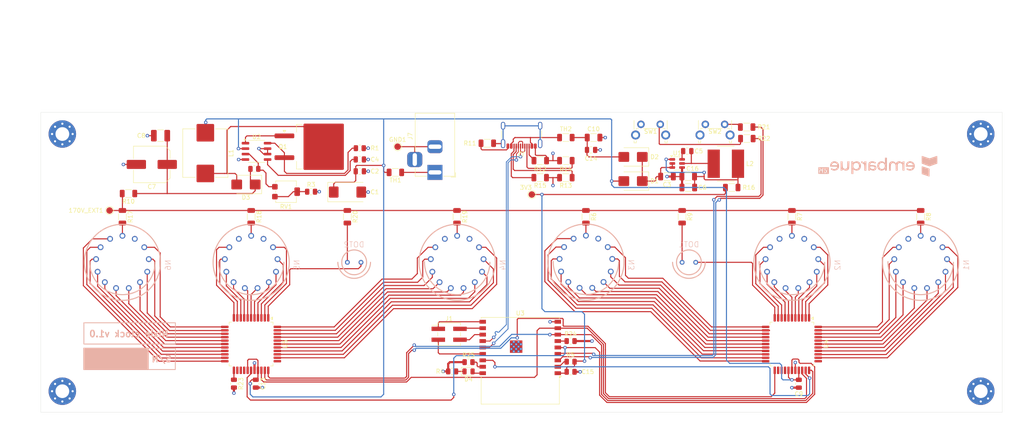
<source format=kicad_pcb>
(kicad_pcb (version 20241229) (generator "pcbnew") (generator_version "9.0")
  (layers (0 "F.Cu" signal) (2 "B.Cu" mixed) (13 "F.Paste" user) (15 "B.Paste" user) (5 "F.SilkS" user "F.Silkscreen") (7 "B.SilkS" user "B.Silkscreen") (1 "F.Mask" user) (3 "B.Mask" user) (25 "Edge.Cuts" user))
  (net 0 "")
  (net 1 "Net-(D1-K)")
  (net 2 "Net-(U1-SW)")
  (net 3 "Net-(U1-BST)")
  (net 4 "/cpu/3.3V")
  (net 5 "Net-(DOT1-PadA)")
  (net 7 "Net-(DOT2-PadA)")
  (net 11 "Net-(N6-PadA)")
  (net 12 "/connectors/12V")
  (net 13 "Net-(U4B-HVOUT31)")
  (net 14 "Net-(U4B-HVOUT32)")
  (net 15 "Net-(U3-EN)")
  (net 16 "Net-(U4D-HVOUT1)")
  (net 17 "/cpu/SPI_CLK")
  (net 18 "/cpu/GPIO1")
  (net 19 "/driver_3_digits_1_dot_left/SPI_SDO")
  (net 20 "/cpu/GPIO2")
  (net 21 "/connectors/D-")
  (net 22 "/connectors/D+")
  (net 23 "/cpu/SPI_MOSI")
  (net 28 "/connectors/5V")
  (net 29 "Net-(D4-A)")
  (net 30 "Net-(U4C-HVOUT22)")
  (net 31 "Net-(U4D-HVOUT3)")
  (net 32 "Net-(U4D-HVOUT6)")
  (net 33 "Net-(U4D-HVOUT4)")
  (net 34 "Net-(U4D-HVOUT5)")
  (net 35 "Net-(U4D-HVOUT2)")
  (net 36 "Net-(N2-PadA)")
  (net 37 "Net-(U4C-HVOUT21)")
  (net 38 "Net-(U4C-HVOUT20)")
  (net 39 "Net-(U4D-HVOUT8)")
  (net 40 "Net-(U4D-HVOUT10)")
  (net 41 "Net-(U4D-HVOUT11)")
  (net 42 "Net-(U4D-HVOUT9)")
  (net 43 "Net-(U4D-HVOUT7)")
  (net 44 "Net-(U4C-HVOUT13)")
  (net 45 "Net-(U4C-HVOUT15)")
  (net 46 "Net-(U4C-HVOUT17)")
  (net 47 "Net-(U4C-HVOUT16)")
  (net 48 "Net-(U4C-HVOUT18)")
  (net 49 "Net-(U4C-HVOUT19)")
  (net 50 "Net-(U4C-HVOUT14)")
  (net 51 "Net-(U4C-HVOUT12)")
  (net 52 "Net-(U4B-HVOUT29)")
  (net 53 "Net-(U4B-HVOUT30)")
  (net 54 "Net-(U4B-HVOUT23)")
  (net 55 "Net-(U4B-HVOUT26)")
  (net 56 "Net-(U4B-HVOUT24)")
  (net 57 "Net-(U4B-HVOUT25)")
  (net 58 "Net-(U4B-HVOUT28)")
  (net 59 "Net-(U4B-HVOUT27)")
  (net 60 "Net-(D4-K)")
  (net 61 "Net-(U5C-HVOUT22)")
  (net 66 "Net-(U5C-HVOUT17)")
  (net 67 "Net-(U5C-HVOUT21)")
  (net 68 "Net-(U5C-HVOUT20)")
  (net 69 "Net-(U5C-HVOUT14)")
  (net 70 "Net-(U5C-HVOUT16)")
  (net 71 "Net-(U5C-HVOUT19)")
  (net 72 "Net-(U5C-HVOUT13)")
  (net 73 "Net-(U5C-HVOUT12)")
  (net 74 "Net-(U5C-HVOUT15)")
  (net 75 "Net-(U5C-HVOUT18)")
  (net 76 "Net-(U5D-HVOUT11)")
  (net 77 "Net-(U5D-HVOUT4)")
  (net 78 "Net-(U5D-HVOUT3)")
  (net 79 "Net-(U5D-HVOUT5)")
  (net 80 "Net-(U5D-HVOUT6)")
  (net 81 "Net-(U5D-HVOUT2)")
  (net 82 "Net-(U5D-HVOUT9)")
  (net 83 "Net-(U5D-HVOUT7)")
  (net 84 "Net-(U5D-HVOUT10)")
  (net 85 "Net-(U5D-HVOUT8)")
  (net 86 "Net-(U5D-HVOUT1)")
  (net 87 "Net-(N4-PadA)")
  (net 88 "Net-(N5-PadA)")
  (net 89 "Net-(U5B-HVOUT32)")
  (net 90 "Net-(U5B-HVOUT31)")
  (net 91 "Net-(U5B-HVOUT30)")
  (net 92 "Net-(U5B-HVOUT29)")
  (net 93 "Net-(U5B-HVOUT26)")
  (net 94 "Net-(U5B-HVOUT27)")
  (net 95 "Net-(U5B-HVOUT23)")
  (net 96 "Net-(U5B-HVOUT28)")
  (net 97 "Net-(U5B-HVOUT24)")
  (net 98 "Net-(U5B-HVOUT25)")
  (net 99 "Net-(U3-IO7)")
  (net 101 "Net-(U3-IO1)")
  (net 102 "Net-(SW1-B)")
  (net 103 "Net-(SW2-B)")
  (net 104 "Net-(U2-REF)")
  (net 105 "Net-(Q1-G)")
  (net 106 "Net-(D3-A)")
  (net 107 "Net-(Q1-S)")
  (net 108 "Net-(U2-FB)")
  (net 109 "Net-(R3-Pad1)")
  (net 110 "Net-(U5A-DATA_OUT)")
  (net 111 "/driver_3_digits_1_dot_left/170V_INTERN")
  (net 112 "Net-(J1-Pin_1)")
  (net 113 "Net-(J1-Pin_3)")
  (net 114 "Net-(J1-Pin_2)")
  (net 115 "Net-(J1-Pin_4)")
  (net 116 "Net-(J2-SBU2)")
  (net 117 "Net-(J2-SHIELD)")
  (net 118 "Net-(J2-CC1)")
  (net 119 "Net-(J2-SBU1)")
  (net 120 "Net-(J2-CC2)")
  (net 121 "Net-(U3-IO4)")
  (net 122 "Net-(U3-IO5)")
  (net 123 "Net-(N1-PadA)")
  (net 127 "Net-(N3-PadA)")
  (net 130 "/connectors/170V")
  (net 131 "/connectors/GND")
  (net 132 "Net-(U1-FB)")
  (net 133 "Net-(J2-VBUS-PadA4)")
  (net 134 "Net-(J7-Pad1)")
  (footprint "Resistor_SMD:R_1206_3216Metric" (layer "F.Cu") (at 199.41 84.355 90)
    (property "Reference" "R9")
    (property "Value" "120K")
  )
  (footprint "Connector_BarrelJack:BarrelJack_Horizontal" (layer "F.Cu") (at 141.819792 74.01 -90)
    (property "Reference" "J7")
    (property "Value" "Barrel_Jack_Switch")
  )
  (footprint "TestPoint:TestPoint_Pad_D1.5mm" (layer "F.Cu") (at 133.119792 68.01)
    (property "Reference" "GND1")
    (property "Value" "TestPoint")
  )
  (footprint "Resistor_SMD:R_1206_3216Metric" (layer "F.Cu") (at 154.019792 67.21 180)
    (property "Reference" "R11")
    (property "Value" "1M")
  )
  (footprint "Resistor_SMD:R_0805_2012Metric" (layer "F.Cu") (at 173.4325 118.165 180)
    (property "Reference" "R5")
    (property "Value" "10K")
  )
  (footprint "Package_QFP:PQFP-44_10x10mm_P0.8mm" (layer "F.Cu") (at 225 114.055 -90)
    (property "Reference" "U4")
    (property "Value" "HV5622PG")
  )
  (footprint "Resistor_SMD:R_1206_3216Metric" (layer "F.Cu") (at 172.319792 75.238197 180)
    (property "Reference" "R13")
    (property "Value" "1M")
  )
  (footprint "Package_TO_SOT_SMD:TO-263-2" (layer "F.Cu") (at 114.394792 68.0275)
    (property "Reference" "Q1")
    (property "Value" "IRF740")
  )
  (footprint "Resistor_SMD:R_0805_2012Metric" (layer "F.Cu") (at 124.312292 68.36)
    (property "Reference" "R1")
    (property "Value" "0.05")
  )
  (footprint "Resistor_SMD:R_0805_2012Metric" (layer "F.Cu") (at 99.74 73.19)
    (property "Reference" "R2" (hide yes))
    (property "Value" "1.5M")
  )
  (footprint "Capacitor_SMD:C_0805_2012Metric" (layer "F.Cu") (at 124.312292 70.99)
    (property "Reference" "C4")
    (property "Value" "100nF")
  )
  (footprint "Connector_USB:USB_C_Receptacle_GCT_USB4105-xx-A_16P_TopMnt_Horizontal" (layer "F.Cu") (at 162.009792 64.19 180)
    (property "Reference" "J2")
    (property "Value" "USB_C_Receptacle_USB2.0_16P")
  )
  (footprint "MountingHole:MountingHole_3.2mm_M3_Pad_Via" (layer "F.Cu") (at 269 125.055)
    (property "Reference" "H4" (hide yes))
    (property "Value" "MountingHole_Pad")
  )
  (footprint "Button_Switch_THT:SW_Tactile_SPST_Angled_PTS645Vx58-2LFS" (layer "F.Cu") (at 204.83 62.795033)
    (property "Reference" "SW2")
    (property "Value" "SW_SPST")
  )
  (footprint "Resistor_SMD:R_0805_2012Metric" (layer "F.Cu") (at 94.98 123.295 -90)
    (property "Reference" "R23")
    (property "Value" "10K")
  )
  (footprint "Capacitor_Tantalum_SMD:CP_EIA-7343-31_Kemet-D_HandSolder" (layer "F.Cu") (at 121.4425 78.6)
    (property "Reference" "C1")
    (property "Value" "100uF")
  )
  (footprint "LED_SMD:LED_0805_2012Metric" (layer "F.Cu") (at 149.65 120.435)
    (property "Reference" "D4")
    (property "Value" "LED")
  )
  (footprint "Resistor_SMD:R_0805_2012Metric" (layer "F.Cu") (at 100.07 123.295 90)
    (property "Reference" "C13")
    (property "Value" "100nF")
  )
  (footprint "Resistor_SMD:R_0805_2012Metric" (layer "F.Cu") (at 226.61 123.315 90)
    (property "Reference" "C9")
    (property "Value" "100nF")
  )
  (footprint "Diode_SMD:D_SMB" (layer "F.Cu") (at 97.78 76.83 180)
    (property "Reference" "D3")
    (property "Value" "ES2F")
  )
  (footprint "Resistor_SMD:R_0805_2012Metric" (layer "F.Cu") (at 173.43 113.357 180)
    (property "Reference" "R24")
    (property "Value" "10k")
  )
  (footprint "Resistor_SMD:R_1206_3216Metric" (layer "F.Cu") (at 225 84.355 -90)
    (property "Reference" "R7")
    (property "Value" "15K")
  )
  (footprint "Resistor_SMD:R_1206_3216Metric" (layer "F.Cu") (at 255 84.355 -90)
    (property "Reference" "R8")
    (property "Value" "15K")
  )
  (footprint "Connector_PinHeader_2.54mm:PinHeader_2x02_P2.54mm_Vertical_SMD" (layer "F.Cu") (at 145.125 111.775)
    (property "Reference" "J1")
    (property "Value" "Conn_02x02_Odd_Even")
  )
  (footprint "Resistor_SMD:R_0805_2012Metric" (layer "F.Cu") (at 149.65 118.276)
    (property "Reference" "R25")
    (property "Value" "10k")
  )
  (footprint "Capacitor_SMD:C_0805_2012Metric" (layer "F.Cu") (at 200.6125 69.040033 180)
    (property "Reference" "C5")
    (property "Value" "100nF")
  )
  (footprint "MountingHole:MountingHole_3.2mm_M3_Pad_Via" (layer "F.Cu") (at 55 65.055)
    (property "Reference" "H1" (hide yes))
    (property "Value" "MountingHole_Pad")
  )
  (footprint "Capacitor_SMD:C_1210_3225Metric_Pad1.33x2.70mm_HandSolder" (layer "F.Cu") (at 77.88 65.44 180)
    (property "Reference" "C8")
    (property "Value" "100nF")
  )
  (footprint "Capacitor_SMD:C_1206_3216Metric" (layer "F.Cu") (at 195.8925 74.980033)
    (property "Reference" "C3")
    (property "Value" "10uF")
  )
  (footprint "Inductor_SMD:L_Bourns_SRN8040TA" (layer "F.Cu") (at 209.605 71.99)
    (property "Reference" "L2")
    (property "Value" "6.8uH")
  )
  (footprint "MountingHole:MountingHole_3.2mm_M3_Pad_Via" (layer "F.Cu") (at 55 125.055)
    (property "Reference" "H3" (hide yes))
    (property "Value" "MountingHole_Pad")
  )
  (footprint "Resistor_SMD:R_0805_2012Metric" (layer "F.Cu") (at 145.82 120.435)
    (property "Reference" "R4")
    (property "Value" "330")
  )
  (footprint "TestPoint:TestPoint_Pad_D1.5mm" (layer "F.Cu") (at 164.39 79.17)
    (property "Reference" "3V3")
    (property "Value" "TestPoint")
  )
  (footprint "Capacitor_SMD:C_Elec_8x10.2" (layer "F.Cu") (at 75.84 72.15 180)
    (property "Reference" "C7")
    (property "Value" "4.7uF")
  )
  (footprint "Diode_SMD:D_SMB" (layer "F.Cu") (at 187.985 70.4 180)
    (property "Reference" "D2")
    (property "Value" "D_Schottky")
  )
  (footprint "Resistor_SMD:R_1206_3216Metric" (layer "F.Cu") (at 99 84.355 -90)
    (property "Reference" "R18")
    (property "Value" "27K")
  )
  (footprint "Resistor_SMD:R_1206_3216Metric" (layer "F.Cu") (at 177 84.355 -90)
    (property "Reference" "R6")
    (property "Value" "15K")
  )
  (footprint "TestPoint:TestPoint_Pad_D1.5mm" (layer "F.Cu") (at 66 82.9)
    (property "Reference" "170V_EXT1")
    (property "Value" "TestPoint")
  )
  (footprint "Capacitor_SMD:C_1206_3216Metric" (layer "F.Cu") (at 200.8325 74.980033 180)
    (property "Reference" "C16")
    (property "Value" "22uF")
  )
  (footprint "Package_TO_SOT_SMD:TSOT-23-6" (layer "F.Cu") (at 198.265 71.920033)
    (property "Reference" "U1")
    (property "Value" "AP63203WU")
  )
  (footprint "Resistor_SMD:R_0805_2012Metric" (layer "F.Cu") (at 112.959792 78.51)
    (property "Reference" "R3")
    (property "Value" "10k")
  )
  (footprint "Resistor_SMD:R_1206_3216Metric" (layer "F.Cu") (at 166.362292 71.265416)
    (property "Reference" "R12")
    (property "Value" "1M")
  )
  (footprint "Resistor_SMD:R_1206_3216Metric" (layer "F.Cu") (at 210.97 77.54)
    (property "Reference" "R16")
    (property "Value" "0")
  )
  (footprint "Capacitor_SMD:C_0805_2012Metric" (layer "F.Cu") (at 124.312292 73.75)
    (property "Reference" "C2")
    (property "Value" "100nF")
  )
  (footprint "Resistor_SMD:R_1206_3216Metric" (layer "F.Cu") (at 121.41 84.355 90)
    (property "Reference" "R20")
    (property "Value" "120K")
  )
  (footprint "Resistor_SMD:R_1206_3216Metric" (layer "F.Cu") (at 172.319792 65.88 180)
    (property "Reference" "TH2")
    (property "Value" "Thermistor_PTC")
  )
  (footprint "Package_QFP:PQFP-44_10x10mm_P0.8mm" (layer "F.Cu") (at 98.975 114.055 -90)
    (property "Reference" "U5")
    (property "Value" "HV5622PG")
  )
  (footprint "Capacitor_SMD:C_0805_2012Metric" (layer "F.Cu") (at 178.2 68.76 180)
    (property "Reference" "C14")
    (property "Value" "0.1 uF")
  )
  (footprint "Resistor_SMD:R_1206_3216Metric" (layer "F.Cu") (at 214.455 63.435033)
    (property "Reference" "R21")
    (property "Value" "10k")
  )
  (footprint "Diode_SMD:D_SMB" (layer "F.Cu") (at 187.985 76.035033 180)
    (property "Reference" "D1")
    (property "Value" "D_Schottky")
  )
  (footprint "Resistor_SMD:R_1206_3216Metric" (layer "F.Cu") (at 214.495 66.115033)
    (property "Reference" "R22")
    (property "Value" "10k")
  )
  (footprint "Capacitor_SMD:C_1206_3216Metric" (layer "F.Cu") (at 200.8525 77.540033 180)
    (property "Reference" "C6")
    (property "Value" "22uF")
  )
  (footprint "Resistor_SMD:R_1206_3216Metric" (layer "F.Cu") (at 69 84.355 -90)
    (property "Reference" "R17")
    (property "Value" "27K")
  )
  (footprint "Button_Switch_THT:SW_Tactile_SPST_Angled_PTS645Vx58-2LFS" (layer "F.Cu") (at 189.825 62.795033)
    (property "Reference" "SW1")
    (property "Value" "SW_SPST")
  )
  (footprint "Resistor_SMD:R_1206_3216Metric" (layer "F.Cu") (at 166.34321 75.230863 180)
    (property "Reference" "R15")
    (property "Value" "5.11K")
  )
  (footprint "Package_SO:SO-8_3.9x4.9mm_P1.27mm" (layer "F.Cu") (at 100.244792 69.1025)
    (property "Reference" "U2")
    (property "Value" "MAX1771xSA")
  )
  (footprint "Capacitor_SMD:C_1206_3216Metric" (layer "F.Cu") (at 178.78 65.88 180)
    (property "Reference" "C10")
    (property "Value" "10uF")
  )
  (footprint "Resistor_SMD:R_1206_3216Metric" (layer "F.Cu") (at 132.6 74.01)
    (property "Reference" "TH1")
    (property "Value" "Thermistor_PTC")
  )
  (footprint "Resistor_SMD:R_1206_3216Metric" (layer "F.Cu") (at 146.96 84.355 -90)
    (property "Reference" "R19")
    (property "Value" "27K")
  )
  (footprint "Inductor_SMD:L_APV_APH1050" (layer "F.Cu") (at 88.319792 69.51 -90)
    (property "Reference" "L1")
    (property "Value" "100uH")
  )
  (footprint "MountingHole:MountingHole_3.2mm_M3_Pad_Via" (layer "F.Cu") (at 269 65.055)
    (property "Reference" "H2" (hide yes))
    (property "Value" "MountingHole_Pad")
  )
  (footprint "Resistor_SMD:R_1206_3216Metric" (layer "F.Cu") (at 172.319792 71.265416 180)
    (property "Reference" "R14")
    (property "Value" "5.11K")
  )
  (footprint "Resistor_SMD:R_1206_3216Metric" (layer "F.Cu") (at 70.41 78.94 180)
    (property "Reference" "R10")
    (property "Value" "0")
  )
  (footprint "Potentiometer_SMD:Potentiometer_Bourns_3224G_Horizontal" (layer "F.Cu") (at 107.119792 78.51 180)
    (property "Reference" "RV1")
    (property "Value" "5K")
  )
  (footprint "RF_Module:ESP32-C3-WROOM-02" (layer "F.Cu") (at 161.7 114.855 180)
    (property "Reference" "U3")
    (property "Value" "ESP32-C3-WROOM-02")
  )
  (footprint "Resistor_SMD:R_0805_2012Metric" (layer "F.Cu") (at 173.43 120.525)
    (property "Reference" "C15")
    (property "Value" "100nF")
  )
  (footprint "nixies-us:nixies-us-IN-14" (layer "B.Cu") (at 69 94.99036)
    (property "Reference" "N6")
    (property "Value" "IN-14")
  )
  (footprint "nixies-us:nixies-us-IN-3" (layer "B.Cu") (at 201 94.99036)
    (property "Reference" "DOT1")
    (property "Value" "IN-3")
  )
  (footprint "nixies-us:nixies-us-IN-14" (layer "B.Cu") (at 177 94.94036)
    (property "Reference" "N3")
    (property "Value" "IN-14")
  )
  (footprint "nixies-us:nixies-us-IN-3" (layer "B.Cu") (at 123 94.99036)
    (property "Reference" "DOT2")
    (property "Value" "IN-3")
  )
  (footprint "embarque:embarque_dot_ch" (layer "B.Cu") (at 244.85 72.56 180)
    (property "Reference" "G***" (hide yes))
    (property "Value" "" (hide yes))
  )
  (footprint "nixies-us:nixies-us-IN-14" (layer "B.Cu") (at 255 94.99036)
    (property "Reference" "N1")
    (property "Value" "IN-14")
  )
  (footprint "nixies-us:nixies-us-IN-14" (layer "B.Cu") (at 147 94.99036)
    (property "Reference" "N4")
    (property "Value" "IN-14")
  )
  (footprint "nixies-us:nixies-us-IN-14" (layer "B.Cu") (at 99 94.99036)
    (property "Reference" "N5")
    (property "Value" "IN-14")
  )
  (footprint "nixies-us:nixies-us-IN-14" (layer "B.Cu") (at 225 94.99036)
    (property "Reference" "N2")
    (property "Value" "IN-14")
  )
  (gr_rect (start 60 115.04) (end 81.32 120) (stroke (width 0.2)) (fill no) (layer "B.SilkS"))
  (gr_rect (start 60.011 109.091) (end 81.331 114.051) (stroke (width 0.2)) (fill no) (layer "B.SilkS"))
  (gr_rect (start 60 115.04) (end 75.027 120) (stroke (width 0.2)) (fill yes) (layer "B.SilkS"))
  (gr_rect (start 50 60) (end 274 130) (stroke (width 0.05)) (fill no) (layer "Edge.Cuts"))
  (gr_text "Nixie clock v1.0" (at 79.921 112.551 0) (layer "B.SilkS") (effects (font (size 1.5 1.5) (thickness 0.3) (bold yes)) (justify left bottom mirror)))
  (gr_text "S/N" (at 80.6 118.4 0) (layer "B.SilkS") (effects (font (size 1.5 1.5) (thickness 0.3) (bold yes)) (justify left bottom mirror)))
  (segment (start 193.055 76.035033) (end 193.285 75.805033) (width 0.25) (layer "F.Cu") (net 1))
  (segment (start 197.1275 72.870033) (end 194.67 72.870033) (width 0.25) (layer "F.Cu") (net 1))
  (segment (start 190.135 76.035033) (end 193.055 76.035033) (width 0.25) (layer "F.Cu") (net 1))
  (segment (start 193.285 75.235033) (end 193.285 75.805033) (width 0.25) (layer "F.Cu") (net 1))
  (segment (start 193.54 74.980033) (end 193.285 75.235033) (width 0.25) (layer "F.Cu") (net 1))
  (segment (start 190.135 70.4) (end 190.135 76.035033) (width 0.25) (layer "F.Cu") (net 1))
  (segment (start 194.4175 74.980033) (end 193.54 74.980033) (width 0.25) (layer "F.Cu") (net 1))
  (segment (start 197.1275 71.920033) (end 197.1275 72.870033) (width 0.25) (layer "F.Cu") (net 1))
  (segment (start 194.67 72.870033) (end 194.4175 73.122533) (width 0.25) (layer "F.Cu") (net 1))
  (segment (start 194.4175 73.122533) (end 194.4175 74.980033) (width 0.25) (layer "F.Cu") (net 1))
  (segment (start 199.4025 71.920033) (end 201.57 71.920033) (width 0.25) (layer "F.Cu") (net 2))
  (segment (start 201.5625 69.040033) (end 201.5625 71.912533) (width 0.25) (layer "F.Cu") (net 2))
  (segment (start 206.710033 71.920033) (end 206.78 71.99) (width 0.25) (layer "F.Cu") (net 2))
  (segment (start 201.57 71.920033) (end 206.710033 71.920033) (width 0.25) (layer "F.Cu") (net 2))
  (segment (start 201.5625 69.040033) (end 201.7625 69.240033) (width 0.25) (layer "F.Cu") (net 2))
  (segment (start 201.5625 71.912533) (end 201.57 71.920033) (width 0.25) (layer "F.Cu") (net 2))
  (segment (start 199.4025 70.970033) (end 199.4025 69.510033) (width 0.25) (layer "F.Cu") (net 3))
  (segment (start 199.6625 69.250033) (end 199.6625 69.040033) (width 0.25) (layer "F.Cu") (net 3))
  (segment (start 199.4025 69.510033) (end 199.6625 69.250033) (width 0.25) (layer "F.Cu") (net 3))
  (segment (start 172.5175 119.5475) (end 172.71 119.355) (width 0.25) (layer "F.Cu") (net 4))
  (segment (start 209.27 79.17) (end 209.51 78.93) (width 0.25) (layer "F.Cu") (net 4))
  (segment (start 166.75 79.17) (end 164.39 79.17) (width 0.25) (layer "F.Cu") (net 4))
  (segment (start 170.45 120.855) (end 172.15 120.855) (width 0.25) (layer "F.Cu") (net 4))
  (segment (start 174.15 119.355) (end 174.345 119.16) (width 0.25) (layer "F.Cu") (net 4))
  (segment (start 172.71 119.355) (end 174.15 119.355) (width 0.25) (layer "F.Cu") (net 4))
  (segment (start 174.345 119.16) (end 174.345 118.165) (width 0.25) (layer "F.Cu") (net 4))
  (segment (start 209.51 78.93) (end 209.5075 78.9275) (width 0.25) (layer "F.Cu") (net 4))
  (segment (start 209.5075 78.9275) (end 209.5075 77.54) (width 0.25) (layer "F.Cu") (net 4))
  (segment (start 166.75 79.17) (end 209.27 79.17) (width 0.25) (layer "F.Cu") (net 4))
  (segment (start 176.675 118.03) (end 174.5875 118.03) (width 0.25) (layer "F.Cu") (net 4))
  (segment (start 172.5175 120.525) (end 172.5175 119.5475) (width 0.25) (layer "F.Cu") (net 4))
  (via (at 176.675 118.03) (size 0.8) (drill 0.4) (layers "F.Cu" "B.Cu") (net 4))
  (via (at 166.75 79.17) (size 0.8) (drill 0.4) (layers "F.Cu" "B.Cu") (net 4))
  (segment (start 166.75 105.805) (end 167.445 106.5) (width 0.25) (layer "B.Cu") (net 4))
  (segment (start 166.75 79.17) (end 166.75 105.805) (width 0.25) (layer "B.Cu") (net 4))
  (segment (start 176.675 107.11) (end 176.675 118.03) (width 0.25) (layer "B.Cu") (net 4))
  (segment (start 167.445 106.5) (end 176.065 106.5) (width 0.25) (layer "B.Cu") (net 4))
  (segment (start 176.065 106.5) (end 176.675 107.11) (width 0.25) (layer "B.Cu") (net 4))
  (segment (start 199.4125 85.82) (end 199.41 85.8175) (width 0.25) (layer "F.Cu") (net 5))
  (segment (start 199.4125 94.99036) (end 199.4125 85.82) (width 0.25) (layer "F.Cu") (net 5))
  (segment (start 121.4125 85.82) (end 121.41 85.8175) (width 0.25) (layer "F.Cu") (net 7))
  (segment (start 121.4125 94.99036) (end 121.4125 85.82) (width 0.25) (layer "F.Cu") (net 7))
  (segment (start 121.4125 85.78) (end 121.41 85.7775) (width 0.25) (layer "F.Cu") (net 7))
  (segment (start 69 88.80292) (end 69 85.8175) (width 0.25) (layer "F.Cu") (net 11))
  (segment (start 118.235 78.6) (end 118.235 76.695) (width 0.25) (layer "F.Cu") (net 12))
  (segment (start 130.15 74.01) (end 129.87 73.73) (width 0.25) (layer "F.Cu") (net 12))
  (segment (start 100.07 122.3825) (end 100.3775 122.3825) (width 0.25) (layer "F.Cu") (net 12))
  (segment (start 98.175 120.18) (end 98.175 117.86) (width 0.25) (layer "F.Cu") (net 12))
  (segment (start 118.235 76.695) (end 118.62 76.31) (width 0.25) (layer "F.Cu") (net 12))
  (segment (start 118.62 76.31) (end 122.97 76.31) (width 0.25) (layer "F.Cu") (net 12))
  (segment (start 129.87 73.73) (end 129.87 72.38) (width 0.25) (layer "F.Cu") (net 12))
  (segment (start 129.87 72.38) (end 123.59 72.38) (width 0.25) (layer "F.Cu") (net 12))
  (segment (start 88.399792 62.35) (end 88.399792 64.43219) (width 0.25) (layer "F.Cu") (net 12))
  (segment (start 100.575 117.89) (end 100.575 120.18) (width 0.25) (layer "F.Cu") (net 12))
  (segment (start 225 122.605) (end 225.0025 122.6025) (width 0.25) (layer "F.Cu") (net 12))
  (segment (start 131.1375 74.01) (end 130.15 74.01) (width 0.25) (layer "F.Cu") (net 12))
  (segment (start 118.245 79.345) (end 118.245 78.3825) (width 0.25) (layer "F.Cu") (net 12))
  (segment (start 123.362292 72.607708) (end 123.362292 75.917708) (width 0.25) (layer "F.Cu") (net 12))
  (segment (start 122.97 76.31) (end 123.362292 75.917708) (width 0.25) (layer "F.Cu") (net 12))
  (segment (start 123.59 72.38) (end 123.362292 72.607708) (width 0.25) (layer "F.Cu") (net 12))
  (segment (start 185.835 76.035033) (end 182.995 76.035033) (width 0.25) (layer "F.Cu") (net 12))
  (segment (start 100.575 121.8775) (end 100.07 122.3825) (width 0.25) (layer "F.Cu") (net 12))
  (segment (start 225 122.605) (end 224.2 121.805) (width 0.25) (layer "F.Cu") (net 12))
  (segment (start 97.664792 68.4625) (end 97.669792 68.4675) (width 0.25) (layer "F.Cu") (net 12))
  (segment (start 98.175 117.86) (end 98.44 117.595) (width 0.25) (layer "F.Cu") (net 12))
  (segment (start 129.9375 72.38) (end 130.069792 72.512292) (width 0.25) (layer "F.Cu") (net 12))
  (segment (start 226.6075 122.405) (end 226.61 122.4025) (width 0.25) (layer "F.Cu") (net 12))
  (segment (start 100.575 120.18) (end 100.73 120.335) (width 0.25) (layer "F.Cu") (net 12))
  (segment (start 99.1625 122.3825) (end 100.07 122.3825) (width 0.25) (layer "F.Cu") (net 12))
  (segment (start 100.575 120.18) (end 100.575 121.8775) (width 0.25) (layer "F.Cu") (net 12))
  (segment (start 98.785 123.295) (end 98.785 122.76) (width 0.25) (layer "F.Cu") (net 12))
  (segment (start 98.44 117.595) (end 100.28 117.595) (width 0.25) (layer "F.Cu") (net 12))
  (segment (start 118.2325 78.37) (end 118.9025 77.7) (width 0.25) (layer "F.Cu") (net 12))
  (segment (start 88.850792 64.619) (end 88.709792 64.76) (width 0.25) (layer "F.Cu") (net 12))
  (segment (start 226.6 120.18) (end 226.6 122.63) (width 0.25) (layer "F.Cu") (net 12))
  (segment (start 130.109792 72.31) (end 130.107292 72.3125) (width 0.25) (layer "F.Cu") (net 12))
  (segment (start 118.245 78.3825) (end 118.2325 78.37) (width 0.25) (layer "F.Cu") (net 12))
  (segment (start 100.28 117.595) (end 100.575 117.89) (width 0.25) (layer "F.Cu") (net 12))
  (segment (start 129.87 72.38) (end 129.9375 72.38) (width 0.25) (layer "F.Cu") (net 12))
  (segment (start 225 122.405) (end 226.6075 122.405) (width 0.25) (layer "F.Cu") (net 12))
  (segment (start 98.785 122.76) (end 99.1625 122.3825) (width 0.25) (layer "F.Cu") (net 12))
  (segment (start 185.835 76.035033) (end 185.835 75.355) (width 0.25) (layer "F.Cu") (net 12))
  (segment (start 224.2 121.805) (end 224.2 120.18) (width 0.25) (layer "F.Cu") (net 12))
  (segment (start 96.039792 68.4625) (end 97.664792 68.4625) (width 0.25) (layer "F.Cu") (net 12))
  (segment (start 118.4 79.5) (end 118.245 79.345) (width 0.25) (layer "F.Cu") (net 12))
  (via (at 88.399792 62.35) (size 0.8) (drill 0.4) (layers "F.Cu" "B.Cu") (net 12))
  (via (at 129.87 72.38) (size 0.8) (drill 0.4) (layers "F.Cu" "B.Cu") (net 12))
  (via (at 96.039792 68.4625) (size 0.8) (drill 0.4) (layers "F.Cu" "B.Cu") (net 12))
  (via (at 182.995 76.035033) (size 0.8) (drill 0.4) (layers "F.Cu" "B.Cu") (net 12))
  (via (at 98.785 123.295) (size 0.8) (drill 0.4) (layers "F.Cu" "B.Cu") (net 12))
  (via (at 225 122.405) (size 0.8) (drill 0.4) (layers "F.Cu" "B.Cu") (net 12))
  (segment (start 98.785 125.77) (end 98.785 123.295) (width 0.25) (layer "B.Cu") (net 12))
  (segment (start 182.749967 61.5275) (end 182.995 61.772533) (width 0.25) (layer "B.Cu") (net 12))
  (segment (start 96.04 61.5275) (end 182.749967 61.5275) (width 0.25) (layer "B.Cu") (net 12))
  (segment (start 222.15 118.555) (end 222.6 119.005) (width 0.25) (layer "B.Cu") (net 12))
  (segment (start 129.87 72.38) (end 129.87 61.5275) (width 0.25) (layer "B.Cu") (net 12))
  (segment (start 222.6 122.075) (end 222.93 122.405) (width 0.25) (layer "B.Cu") (net 12))
  (segment (start 96.039792 61.527708) (end 96.04 61.5275) (width 0.25) (layer "B.Cu") (net 12))
  (segment (start 129.87 125.77) (end 129.255 126.385) (width 0.25) (layer "B.Cu") (net 12))
  (segment (start 88.6575 61.5275) (end 88.399792 61.785208) (width 0.25) (layer "B.Cu") (net 12))
  (segment (start 182.995 76.945033) (end 183.575 77.525033) (width 0.25) (layer "B.Cu") (net 12))
  (segment (start 210.5 118.555) (end 222.15 118.555) (width 0.25) (layer "B.Cu") (net 12))
  (segment (start 129.87 72.38) (end 129.87 125.77) (width 0.25) (layer "B.Cu") (net 12))
  (segment (start 183.575 77.525033) (end 209.155033 77.525033) (width 0.25) (layer "B.Cu") (net 12))
  (segment (start 96.039792 68.4625) (end 96.039792 61.527708) (width 0.25) (layer "B.Cu") (net 12))
  (segment (start 209.75 117.805) (end 210.5 118.555) (width 0.25) (layer "B.Cu") (net 12))
  (segment (start 182.745 61.522533) (end 182.995 61.772533) (width 0.25) (layer "B.Cu") (net 12))
  (segment (start 96.04 61.5275) (end 88.6575 61.5275) (width 0.25) (layer "B.Cu") (net 12))
  (segment (start 222.6 119.005) (end 222.6 122.075) (width 0.25) (layer "B.Cu") (net 12))
  (segment (start 88.399792 61.785208) (end 88.399792 62.35) (width 0.25) (layer "B.Cu") (net 12))
  (segment (start 129.255 126.385) (end 99.4 126.385) (width 0.25) (layer "B.Cu") (net 12))
  (segment (start 99.4 126.385) (end 98.785 125.77) (width 0.25) (layer "B.Cu") (net 12))
  (segment (start 182.995 61.772533) (end 182.995 76.945033) (width 0.25) (layer "B.Cu") (net 12))
  (segment (start 209.75 78.12) (end 209.75 117.805) (width 0.25) (layer "B.Cu") (net 12))
  (segment (start 209.155033 77.525033) (end 209.75 78.12) (width 0.25) (layer "B.Cu") (net 12))
  (segment (start 222.93 122.405) (end 225 122.405) (width 0.25) (layer "B.Cu") (net 12))
  (segment (start 231.125 116.455) (end 231.174 116.504) (width 0.25) (layer "F.Cu") (net 13))
  (segment (start 262.599 100.843926) (end 262.599 95.70088) (width 0.25) (layer "F.Cu") (net 13))
  (segment (start 246.938926 116.504) (end 262.599 100.843926) (width 0.25) (layer "F.Cu") (net 13))
  (segment (start 231.174 116.504) (end 246.938926 116.504) (width 0.25) (layer "F.Cu") (net 13))
  (segment (start 262.599 95.70088) (end 261.14426 94.24614) (width 0.25) (layer "F.Cu") (net 13))
  (segment (start 263.65 100.855) (end 263.65 93.65) (width 0.25) (layer "F.Cu") (net 14))
  (segment (start 247.25 117.255) (end 263.65 100.855) (width 0.25) (layer "F.Cu") (net 14))
  (segment (start 263.65 93.65) (end 261.475 91.475) (width 0.25) (layer "F.Cu") (net 14))
  (segment (start 231.125 117.255) (end 247.25 117.255) (width 0.25) (layer "F.Cu") (net 14))
  (segment (start 261.475 91.475) (end 260.0927 91.475) (width 0.25) (layer "F.Cu") (net 14))
  (segment (start 170.75 119.355) (end 171.94 118.165) (width 0.25) (layer "F.Cu") (net 15))
  (segment (start 170.45 119.355) (end 170.75 119.355) (width 0.25) (layer "F.Cu") (net 15))
  (segment (start 171.94 118.165) (end 172.52 118.165) (width 0.25) (layer "F.Cu") (net 15))
  (segment (start 174.12472 89.46158) (end 170.26842 89.46158) (width 0.25) (layer "F.Cu") (net 16))
  (segment (start 167.425 99.48) (end 174.445 106.5) (width 0.25) (layer "F.Cu") (net 16))
  (segment (start 170.26842 89.46158) (end 167.425 92.305) (width 0.25) (layer "F.Cu") (net 16))
  (segment (start 167.425 92.305) (end 167.425 99.48) (width 0.25) (layer "F.Cu") (net 16))
  (segment (start 218.826 118.006) (end 218.875 118.055) (width 0.25) (layer "F.Cu") (net 16))
  (segment (start 192.095 106.5) (end 203.601 118.006) (width 0.25) (layer "F.Cu") (net 16))
  (segment (start 174.445 106.5) (end 192.095 106.5) (width 0.25) (layer "F.Cu") (net 16))
  (segment (start 203.601 118.006) (end 218.826 118.006) (width 0.25) (layer "F.Cu") (net 16))
  (segment (start 172.13 114.885) (end 170.48 114.885) (width 0.25) (layer "F.Cu") (net 17))
  (segment (start 229.48 118.555) (end 230.3 119.375) (width 0.25) (layer "F.Cu") (net 17))
  (segment (start 98.06 121.875) (end 98.975 120.96) (width 0.25) (layer "F.Cu") (net 17))
  (segment (start 170.48 114.885) (end 170.45 114.855) (width 0.25) (layer "F.Cu") (net 17))
  (segment (start 226.65 118.305) (end 226.9 118.555) (width 0.25) (layer "F.Cu") (net 17))
  (segment (start 228.37362 127.687) (end 181.902 127.687) (width 0.25) (layer "F.Cu") (net 17))
  (segment (start 226.4 117.555) (end 226.65 117.805) (width 0.25) (layer "F.Cu") (net 17))
  (segment (start 230.3 125.76062) (end 228.37362 127.687) (width 0.25) (layer "F.Cu") (net 17))
  (segment (start 98.06 126.355) (end 98.06 121.875) (width 0.25) (layer "F.Cu") (net 17))
  (segment (start 179.15 114.885) (end 172.13 114.885) (width 0.25) (layer "F.Cu") (net 17))
  (segment (start 226.65 117.805) (end 226.65 118.305) (width 0.25) (layer "F.Cu") (net 17))
  (segment (start 98.975 120.18) (end 98.88 120.275) (width 0.25) (layer "F.Cu") (net 17))
  (segment (start 98.83 127.125) (end 98.06 126.355) (width 0.25) (layer "F.Cu") (net 17))
  (segment (start 225.25 117.555) (end 226.4 117.555) (width 0.25) (layer "F.Cu") (net 17))
  (segment (start 146.2 126.515) (end 145.59 127.125) (width 0.25) (layer "F.Cu") (net 17))
  (segment (start 225 120.18) (end 225 117.805) (width 0.25) (layer "F.Cu") (net 17))
  (segment (start 230.3 119.375) (end 230.3 125.76062) (width 0.25) (layer "F.Cu") (net 17))
  (segment (start 181.902 127.687) (end 180.19 125.975) (width 0.25) (layer "F.Cu") (net 17))
  (segment (start 225 117.805) (end 225.25 117.555) (width 0.25) (layer "F.Cu") (net 17))
  (segment (start 226.9 118.555) (end 229.48 118.555) (width 0.25) (layer "F.Cu") (net 17))
  (segment (start 180.19 125.975) (end 180.19 115.925) (width 0.25) (layer "F.Cu") (net 17))
  (segment (start 98.975 120.96) (end 98.975 120.18) (width 0.25) (layer "F.Cu") (net 17))
  (segment (start 146.2 125.795) (end 146.2 126.515) (width 0.25) (layer "F.Cu") (net 17))
  (segment (start 145.59 127.125) (end 98.83 127.125) (width 0.25) (layer "F.Cu") (net 17))
  (segment (start 180.19 115.925) (end 179.15 114.885) (width 0.25) (layer "F.Cu") (net 17))
  (via (at 172.13 114.885) (size 0.8) (drill 0.4) (layers "F.Cu" "B.Cu") (net 17))
  (via (at 146.2 125.795) (size 0.8) (drill 0.4) (layers "F.Cu" "B.Cu") (net 17))
  (segment (start 171.7 116.755) (end 172.13 116.325) (width 0.25) (layer "B.Cu") (net 17))
  (segment (start 146.2 117.355) (end 146.8 116.755) (width 0.25) (layer "B.Cu") (net 17))
  (segment (start 172.13 116.325) (end 172.13 114.885) (width 0.25) (layer "B.Cu") (net 17))
  (segment (start 146.8 116.755) (end 171.7 116.755) (width 0.25) (layer "B.Cu") (net 17))
  (segment (start 146.2 125.795) (end 146.2 117.355) (width 0.25) (layer "B.Cu") (net 17))
  (segment (start 135.225 116.075) (end 137 114.3) (width 0.25) (layer "F.Cu") (net 18))
  (segment (start 180.64 114.33219) (end 180.64 115.73719) (width 0.25) (layer "F.Cu") (net 18))
  (segment (start 180.641 115.73819) (end 180.641 125.78819) (width 0.25) (layer "F.Cu") (net 18))
  (segment (start 103.368 121.998) (end 102.975 121.605) (width 0.25) (layer "F.Cu") (net 18))
  (segment (start 135.225 121.60881) (end 134.83581 121.998) (width 0.25) (layer "F.Cu") (net 18))
  (segment (start 229.85 125.57281) (end 229.85 120.475) (width 0.25) (layer "F.Cu") (net 18))
  (segment (start 135.225 121.60881) (end 135.225 116.075) (width 0.25) (layer "F.Cu") (net 18))
  (segment (start 180.64 115.73719) (end 180.641 115.73819) (width 0.25) (layer "F.Cu") (net 18))
  (segment (start 182.08881 127.236) (end 228.18681 127.236) (width 0.25) (layer "F.Cu") (net 18))
  (segment (start 228.18681 127.236) (end 229.85 125.57281) (width 0.25) (layer "F.Cu") (net 18))
  (segment (start 102.975 121.605) (end 102.975 120.18) (width 0.25) (layer "F.Cu") (net 18))
  (segment (start 134.83581 121.998) (end 103.368 121.998) (width 0.25) (layer "F.Cu") (net 18))
  (segment (start 229.85 120.475) (end 229.555 120.18) (width 0.25) (layer "F.Cu") (net 18))
  (segment (start 229.555 120.18) (end 229 120.18) (width 0.25) (layer "F.Cu") (net 18))
  (segment (start 170.45 111.855) (end 178.16281 111.855) (width 0.25) (layer "F.Cu") (net 18))
  (segment (start 170.45 111.855) (end 168.6 111.855) (width 0.25) (layer "F.Cu") (net 18))
  (segment (start 180.641 125.78819) (end 182.08881 127.236) (width 0.25) (layer "F.Cu") (net 18))
  (segment (start 178.16281 111.855) (end 180.64 114.33219) (width 0.25) (layer "F.Cu") (net 18))
  (via (at 137 114.3) (size 0.8) (drill 0.4) (layers "F.Cu" "B.Cu") (net 18))
  (via (at 168.6 111.855) (size 0.8) (drill 0.4) (layers "F.Cu" "B.Cu") (net 18))
  (segment (start 156.9 114.6) (end 137.3 114.6) (width 0.25) (layer "B.Cu") (net 18))
  (segment (start 137.3 114.6) (end 137 114.3) (width 0.25) (layer "B.Cu") (net 18))
  (segment (start 159.7 111.8) (end 156.9 114.6) (width 0.25) (layer "B.Cu") (net 18))
  (segment (start 168.6 111.855) (end 168.545 111.8) (width 0.25) (layer "B.Cu") (net 18))
  (segment (start 168.545 111.8) (end 159.7 111.8) (width 0.25) (layer "B.Cu") (net 18))
  (segment (start 182.46243 126.334) (end 181.543 125.41457) (width 0.25) (layer "F.Cu") (net 19))
  (segment (start 171.824 109.904) (end 171.7 109.78) (width 0.25) (layer "F.Cu") (net 19))
  (segment (start 181.542 115.36357) (end 181.542 113.95857) (width 0.25) (layer "F.Cu") (net 19))
  (segment (start 171.7 108.253) (end 171.526 108.079) (width 0.25) (layer "F.Cu") (net 19))
  (segment (start 136.45781 115.48) (end 137 115.48) (width 0.25) (layer "F.Cu") (net 19))
  (segment (start 135.676 121.79562) (end 135.676 116.26181) (width 0.25) (layer "F.Cu") (net 19))
  (segment (start 220.171 126.334) (end 182.46243 126.334) (width 0.25) (layer "F.Cu") (net 19))
  (segment (start 177.48743 109.904) (end 171.824 109.904) (width 0.25) (layer "F.Cu") (net 19))
  (segment (start 221 120.18) (end 221 125.505) (width 0.25) (layer "F.Cu") (net 19))
  (segment (start 181.543 125.41457) (end 181.543 115.36457) (width 0.25) (layer "F.Cu") (net 19))
  (segment (start 171.526 108.079) (end 161.221 108.079) (width 0.25) (layer "F.Cu") (net 19))
  (segment (start 221 125.505) (end 220.171 126.334) (width 0.25) (layer "F.Cu") (net 19))
  (segment (start 181.542 113.95857) (end 177.48743 109.904) (width 0.25) (layer "F.Cu") (net 19))
  (segment (start 102.569 122.449) (end 135.02262 122.449) (width 0.25) (layer "F.Cu") (net 19))
  (segment (start 171.7 109.78) (end 171.7 108.253) (width 0.25) (layer "F.Cu") (net 19))
  (segment (start 102.175 122.055) (end 102.569 122.449) (width 0.25) (layer "F.Cu") (net 19))
  (segment (start 135.02262 122.449) (end 135.676 121.79562) (width 0.25) (layer "F.Cu") (net 19))
  (segment (start 161.221 108.079) (end 161 108.3) (width 0.25) (layer "F.Cu") (net 19))
  (segment (start 135.676 116.26181) (end 136.45781 115.48) (width 0.25) (layer "F.Cu") (net 19))
  (segment (start 102.175 120.18) (end 102.175 122.055) (width 0.25) (layer "F.Cu") (net 19))
  (segment (start 181.543 115.36457) (end 181.542 115.36357) (width 0.25) (layer "F.Cu") (net 19))
  (segment (start 161 108.3) (end 161 112.6) (width 0.25) (layer "F.Cu") (net 19))
  (via (at 161 112.6) (size 0.8) (drill 0.4) (layers "F.Cu" "B.Cu") (net 19))
  (via (at 137 115.48) (size 0.8) (drill 0.4) (layers "F.Cu" "B.Cu") (net 19))
  (segment (start 157.149 115.051) (end 159.6 112.6) (width 0.25) (layer "B.Cu") (net 19))
  (segment (start 137.429 115.051) (end 157.149 115.051) (width 0.25) (layer "B.Cu") (net 19))
  (segment (start 159.6 112.6) (end 161 112.6) (width 0.25) (layer "B.Cu") (net 19))
  (segment (start 137 115.48) (end 137.429 115.051) (width 0.25) (layer "B.Cu") (net 19))
  (segment (start 101.9 122.9) (end 135.21 122.9) (width 0.25) (layer "F.Cu") (net 20))
  (segment (start 227.4 120.18) (end 227.4 121.065) (width 0.25) (layer "F.Cu") (net 20))
  (segment (start 170.45 110.355) (end 177.30062 110.355) (width 0.25) (layer "F.Cu") (net 20))
  (segment (start 101.375 122.375) (end 101.9 122.9) (width 0.25) (layer "F.Cu") (net 20))
  (segment (start 228 126.785) (end 182.27562 126.785) (width 0.25) (layer "F.Cu") (net 20))
  (segment (start 165.62 110.91) (end 166.175 110.355) (width 0.25) (layer "F.Cu") (net 20))
  (segment (start 177.30062 110.355) (end 181.091 114.14538) (width 0.25) (layer "F.Cu") (net 20))
  (segment (start 165.026 121.829) (end 165.62 121.235) (width 0.25) (layer "F.Cu") (net 20))
  (segment (start 101.375 120.18) (end 101.375 119.445702) (width 0.25) (layer "F.Cu") (net 20))
  (segment (start 165.62 121.235) (end 165.62 110.91) (width 0.25) (layer "F.Cu") (net 20))
  (segment (start 136.281 121.829) (end 165.026 121.829) (width 0.25) (layer "F.Cu") (net 20))
  (segment (start 228.4 122.065) (end 228.4 126.385) (width 0.25) (layer "F.Cu") (net 20))
  (segment (start 101.375 120.18) (end 101.375 122.375) (width 0.25) (layer "F.Cu") (net 20))
  (segment (start 182.27562 126.785) (end 181.96281 126.47219) (width 0.25) (layer "F.Cu") (net 20))
  (segment (start 181.77062 126.28) (end 182.10562 126.615) (width 0.25) (layer "F.Cu") (net 20))
  (segment (start 181.091 114.14538) (end 181.091 115.55038) (width 0.25) (layer "F.Cu") (net 20))
  (segment (start 166.175 110.355) (end 170.45 110.355) (width 0.25) (layer "F.Cu") (net 20))
  (segment (start 227.4 121.065) (end 228.4 122.065) (width 0.25) (layer "F.Cu") (net 20))
  (segment (start 181.092 115.55138) (end 181.092 125.60138) (width 0.25) (layer "F.Cu") (net 20))
  (segment (start 181.092 125.60138) (end 181.77062 126.28) (width 0.25) (layer "F.Cu") (net 20))
  (segment (start 181.091 115.55038) (end 181.092 115.55138) (width 0.25) (layer "F.Cu") (net 20))
  (segment (start 135.21 122.9) (end 136.281 121.829) (width 0.25) (layer "F.Cu") (net 20))
  (segment (start 228.4 126.385) (end 228 126.785) (width 0.25) (layer "F.Cu") (net 20))
  (segment (start 162.026968 69.271) (end 161.759792 69.003824) (width 0.2) (layer "F.Cu") (net 21))
  (segment (start 161.759792 70.349792) (end 161.759792 67.87) (width 0.2) (layer "F.Cu") (net 21))
  (segment (start 162.759792 69.003824) (end 162.492616 69.271) (width 0.2) (layer "F.Cu") (net 21))
  (segment (start 155.5 112.5) (end 154.645 113.355) (width 0.2) (layer "F.Cu") (net 21))
  (segment (start 161.76 70.35) (end 161.759792 70.349792) (width 0.2) (layer "F.Cu") (net 21))
  (segment (start 162.026968 69.271) (end 162.492616 69.271) (width 0.2) (layer "F.Cu") (net 21))
  (segment (start 154.645 113.355) (end 152.95 113.355) (width 0.2) (layer "F.Cu") (net 21))
  (segment (start 162.759792 68.395) (end 162.759792 69.003824) (width 0.2) (layer "F.Cu") (net 21))
  (via (at 161.76 70.35) (size 0.8) (drill 0.4) (layers "F.Cu" "B.Cu") (net 21))
  (via (at 155.5 112.5) (size 0.8) (drill 0.4) (layers "F.Cu" "B.Cu") (net 21))
  (segment (start 156.817686 111.172315) (end 156.967998 111.022002) (width 0.2) (layer "B.Cu") (net 21))
  (segment (start 158.459 71.590792) (end 159.699792 70.35) (width 0.2) (layer "B.Cu") (net 21))
  (segment (start 156.732834 111.257169) (end 156.817686 111.172315) (width 0.2) (layer "B.Cu") (net 21))
  (segment (start 155.969157 111.681432) (end 155.892713 111.604988) (width 0.2) (layer "B.Cu") (net 21))
  (segment (start 155.892712 111.265578) (end 155.977567 111.180724) (width 0.2) (layer "B.Cu") (net 21))
  (segment (start 156.316977 111.180725) (end 156.393422 111.25717) (width 0.2) (layer "B.Cu") (net 21))
  (segment (start 155.5 112.49) (end 155.969156 112.020844) (width 0.2) (layer "B.Cu") (net 21))
  (segment (start 156.967998 111.022002) (end 158.459 109.531) (width 0.2) (layer "B.Cu") (net 21))
  (segment (start 155.5 112.5) (end 155.5 112.49) (width 0.2) (layer "B.Cu") (net 21))
  (segment (start 159.699792 70.35) (end 161.76 70.35) (width 0.2) (layer "B.Cu") (net 21))
  (segment (start 158.459 109.531) (end 158.459 71.590792) (width 0.2) (layer "B.Cu") (net 21))
  (arc (start 155.969156 112.020844) (mid 156.039451 111.851138) (end 155.969157 111.681432) (width 0.2) (layer "B.Cu") (net 21))
  (arc (start 155.892713 111.604988) (mid 155.822419 111.435282) (end 155.892712 111.265578) (width 0.2) (layer "B.Cu") (net 21))
  (arc (start 155.977567 111.180724) (mid 156.147272 111.11043) (end 156.316977 111.180725) (width 0.2) (layer "B.Cu") (net 21))
  (arc (start 156.393422 111.25717) (mid 156.563127 111.327465) (end 156.732834 111.257169) (width 0.2) (layer "B.Cu") (net 21))
  (segment (start 161.259792 69.250264) (end 161.259792 67.87) (width 0.2) (layer "F.Cu") (net 22))
  (segment (start 160.8 69.710056) (end 161.259792 69.250264) (width 0.2) (layer "F.Cu") (net 22))
  (segment (start 161.259792 67.87) (end 161.210792 67.919) (width 0.2) (layer "F.Cu") (net 22))
  (segment (start 161.259792 67.07) (end 161.569792 66.76) (width 0.2) (layer "F.Cu") (net 22))
  (segment (start 161.569792 66.76) (end 162.069792 66.76) (width 0.2) (layer "F.Cu") (net 22))
  (segment (start 162.259792 66.95) (end 162.259792 67.87) (width 0.2) (layer "F.Cu") (net 22))
  (segment (start 154.52 114.855) (end 155.5 113.875) (width 0.2) (layer "F.Cu") (net 22))
  (segment (start 160.8 71.1) (end 160.8 69.710056) (width 0.2) (layer "F.Cu") (net 22))
  (segment (start 162.069792 66.76) (end 162.259792 66.95) (width 0.2) (layer "F.Cu") (net 22))
  (segment (start 152.95 114.855) (end 154.52 114.855) (width 0.2) (layer "F.Cu") (net 22))
  (segment (start 161.259792 67.87) (end 161.259792 67.07) (width 0.2) (layer "F.Cu") (net 22))
  (via (at 155.5 113.875) (size 0.8) (drill 0.4) (layers "F.Cu" "B.Cu") (net 22))
  (via (at 160.8 71.1) (size 0.8) (drill 0.4) (layers "F.Cu" "B.Cu") (net 22))
  (segment (start 159.516892 71.1) (end 160.8 71.1) (width 0.2) (layer "B.Cu") (net 22))
  (segment (start 158.86 71.756892) (end 159.516892 71.1) (width 0.2) (layer "B.Cu") (net 22))
  (segment (start 155.5 113.875) (end 158.86 110.515) (width 0.2) (layer "B.Cu") (net 22))
  (segment (start 158.86 110.515) (end 158.86 71.756892) (width 0.2) (layer "B.Cu") (net 22))
  (segment (start 228.2 120.18) (end 228.2 121.02719) (width 0.25) (layer "F.Cu") (net 23))
  (segment (start 155.8 119.355) (end 155.8 118.355) (width 0.25) (layer "F.Cu") (net 23))
  (segment (start 228.2 121.02719) (end 229.125 121.95219) (width 0.25) (layer "F.Cu") (net 23))
  (segment (start 229.125 121.95219) (end 229.125 122.005) (width 0.25) (layer "F.Cu") (net 23))
  (segment (start 155.8 118.355) (end 155.3 117.855) (width 0.25) (layer "F.Cu") (net 23))
  (segment (start 155.3 117.855) (end 152.95 117.855) (width 0.25) (layer "F.Cu") (net 23))
  (via (at 229.125 122.005) (size 0.8) (drill 0.4) (layers "F.Cu" "B.Cu") (net 23))
  (via (at 155.8 119.355) (size 0.8) (drill 0.4) (layers "F.Cu" "B.Cu") (net 23))
  (segment (start 228.73 126.065) (end 220.29 126.065) (width 0.25) (layer "B.Cu") (net 23))
  (segment (start 229.13 125.665) (end 228.73 126.065) (width 0.25) (layer "B.Cu") (net 23))
  (segment (start 219.9 125.675) (end 219.9 119.74) (width 0.25) (layer "B.Cu") (net 23))
  (segment (start 220.29 126.065) (end 219.9 125.675) (width 0.25) (layer "B.Cu") (net 23))
  (segment (start 229.13 122.01) (end 229.13 125.665) (width 0.25) (layer "B.Cu") (net 23))
  (segment (start 219.9 119.74) (end 219.515 119.355) (width 0.25) (layer "B.Cu") (net 23))
  (segment (start 219.515 119.355) (end 155.8 119.355) (width 0.25) (layer "B.Cu") (net 23))
  (segment (start 229.125 122.005) (end 229.13 122.01) (width 0.25) (layer "B.Cu") (net 23))
  (segment (start 177.305 65.88) (end 177.305 68.705) (width 0.25) (layer "F.Cu") (net 28))
  (segment (start 177.305 68.705) (end 177.25 68.76) (width 0.25) (layer "F.Cu") (net 28))
  (segment (start 177.68 70.4) (end 185.835 70.4) (width 0.25) (layer "F.Cu") (net 28))
  (segment (start 185.835 70.4) (end 185.820033 70.385033) (width 0.25) (layer "F.Cu") (net 28))
  (segment (start 177.25 69.97) (end 177.68 70.4) (width 0.25) (layer "F.Cu") (net 28))
  (segment (start 177.25 68.76) (end 177.25 69.97) (width 0.25) (layer "F.Cu") (net 28))
  (segment (start 173.782292 65.88) (end 177.305 65.88) (width 0.25) (layer "F.Cu") (net 28))
  (segment (start 151.0075 120.855) (end 150.5875 120.435) (width 0.25) (layer "F.Cu") (net 29))
  (segment (start 152.95 120.855) (end 151.0075 120.855) (width 0.25) (layer "F.Cu") (net 29))
  (segment (start 233.351 100.279) (end 233.351 93.261) (width 0.25) (layer "F.Cu") (net 30))
  (segment (start 233.351 93.261) (end 231.565 91.475) (width 0.25) (layer "F.Cu") (net 30))
  (segment (start 231.565 91.475) (end 230.0927 91.475) (width 0.25) (layer "F.Cu") (net 30))
  (segment (start 229 107.93) (end 229 104.63) (width 0.25) (layer "F.Cu") (net 30))
  (segment (start 229 104.63) (end 233.351 100.279) (width 0.25) (layer "F.Cu") (net 30))
  (segment (start 192.636071 104.916923) (end 174.986071 104.916923) (width 0.25) (layer "F.Cu") (net 31))
  (segment (start 218.826 116.406) (end 204.125148 116.406) (width 0.25) (layer "F.Cu") (net 31))
  (segment (start 174.986071 104.916923) (end 168.927 98.857852) (width 0.25) (layer "F.Cu") (net 31))
  (segment (start 218.875 116.455) (end 218.826 116.406) (width 0.25) (layer "F.Cu") (net 31))
  (segment (start 204.125148 116.406) (end 192.636071 104.916923) (width 0.25) (layer "F.Cu") (net 31))
  (segment (start 168.927 98.857852) (end 168.927 94.6) (width 0.25) (layer "F.Cu") (net 31))
  (segment (start 169.33086 94.19614) (end 170.85574 94.19614) (width 0.25) (layer "F.Cu") (net 31))
  (segment (start 168.927 94.6) (end 169.33086 94.19614) (width 0.25) (layer "F.Cu") (net 31))
  (segment (start 218.875 114.055) (end 204.96037 114.055) (width 0.25) (layer "F.Cu") (net 32))
  (segment (start 204.96037 114.055) (end 193.45437 102.549) (width 0.25) (layer "F.Cu") (net 32))
  (segment (start 193.45437 102.549) (end 177.11818 102.549) (width 0.25) (layer "F.Cu") (net 32))
  (segment (start 177.11818 102.549) (end 175.51918 100.95) (width 0.25) (layer "F.Cu") (net 32))
  (segment (start 204.387222 115.606) (end 218.826 115.606) (width 0.25) (layer "F.Cu") (net 33))
  (segment (start 171.2 100.068778) (end 175.270594 104.139372) (width 0.25) (layer "F.Cu") (net 33))
  (segment (start 175.270594 104.139372) (end 192.920594 104.139372) (width 0.25) (layer "F.Cu") (net 33))
  (segment (start 218.826 115.606) (end 218.875 115.655) (width 0.25) (layer "F.Cu") (net 33))
  (segment (start 192.920594 104.139372) (end 204.387222 115.606) (width 0.25) (layer "F.Cu") (net 33))
  (segment (start 171.2 100.068778) (end 171.21388 100.054898) (width 0.25) (layer "F.Cu") (net 33))
  (segment (start 171.2 100.068778) (end 171.2 99.9) (width 0.25) (layer "F.Cu") (net 33))
  (segment (start 171.2 99.9) (end 171.21388 99.88612) (width 0.25) (layer "F.Cu") (net 33))
  (segment (start 171.21388 99.88612) (end 171.21388 97.13492) (width 0.25) (layer "F.Cu") (net 33))
  (segment (start 175.493296 103.3) (end 193.143296 103.3) (width 0.25) (layer "F.Cu") (net 34))
  (segment (start 193.143296 103.3) (end 204.698296 114.855) (width 0.25) (layer "F.Cu") (net 34))
  (segment (start 172.89536 99.57332) (end 172.89536 100.702064) (width 0.25) (layer "F.Cu") (net 34))
  (segment (start 204.698296 114.855) (end 218.875 114.855) (width 0.25) (layer "F.Cu") (net 34))
  (segment (start 172.89536 100.702064) (end 175.493296 103.3) (width 0.25) (layer "F.Cu") (net 34))
  (segment (start 203.912074 117.255) (end 218.875 117.255) (width 0.25) (layer "F.Cu") (net 35))
  (segment (start 170.020033 91.425) (end 168.176 93.269033) (width 0.25) (layer "F.Cu") (net 35))
  (segment (start 171.9073 91.425) (end 170.020033 91.425) (width 0.25) (layer "F.Cu") (net 35))
  (segment (start 174.707074 105.7) (end 192.357074 105.7) (width 0.25) (layer "F.Cu") (net 35))
  (segment (start 168.176 93.269033) (end 168.176 99.168926) (width 0.25) (layer "F.Cu") (net 35))
  (segment (start 168.176 99.168926) (end 174.707074 105.7) (width 0.25) (layer "F.Cu") (net 35))
  (segment (start 192.357074 105.7) (end 203.912074 117.255) (width 0.25) (layer "F.Cu") (net 35))
  (segment (start 225 85.8175) (end 225 88.80292) (width 0.25) (layer "F.Cu") (net 36))
  (segment (start 228.2 107.93) (end 228.2 104.155) (width 0.25) (layer "F.Cu") (net 37))
  (segment (start 228.2 104.155) (end 232.6 99.755) (width 0.25) (layer "F.Cu") (net 37))
  (segment (start 232.6 99.755) (end 232.6 95.70188) (width 0.25) (layer "F.Cu") (net 37))
  (segment (start 232.6 95.70188) (end 231.14426 94.24614) (width 0.25) (layer "F.Cu") (net 37))
  (segment (start 227.449 103.843926) (end 230.78612 100.506806) (width 0.25) (layer "F.Cu") (net 38))
  (segment (start 227.4 107.93) (end 227.4 103.905) (width 0.25) (layer "F.Cu") (net 38))
  (segment (start 227.449 103.856) (end 227.449 103.843926) (width 0.25) (layer "F.Cu") (net 38))
  (segment (start 230.78612 100.506806) (end 230.78612 97.18492) (width 0.25) (layer "F.Cu") (net 38))
  (segment (start 227.4 103.905) (end 227.449 103.856) (width 0.25) (layer "F.Cu") (net 38))
  (segment (start 194.076518 101.047) (end 182.57832 101.047) (width 0.25) (layer "F.Cu") (net 39))
  (segment (start 182.57832 101.047) (end 181.10464 99.57332) (width 0.25) (layer "F.Cu") (net 39))
  (segment (start 205.484518 112.455) (end 194.076518 101.047) (width 0.25) (layer "F.Cu") (net 39))
  (segment (start 218.875 112.455) (end 205.484518 112.455) (width 0.25) (layer "F.Cu") (net 39))
  (segment (start 194.698666 99.545) (end 186.09 99.545) (width 0.25) (layer "F.Cu") (net 40))
  (segment (start 186.09 99.545) (end 184.8 98.255) (width 0.25) (layer "F.Cu") (net 40))
  (segment (start 184.8 98.255) (end 184.8 94.6) (width 0.25) (layer "F.Cu") (net 40))
  (segment (start 218.875 110.855) (end 206.008666 110.855) (width 0.25) (layer "F.Cu") (net 40))
  (segment (start 184.8 94.6) (end 184.39614 94.19614) (width 0.25) (layer "F.Cu") (net 40))
  (segment (start 219.749999 110.855) (end 219.798999 110.904) (width 0.25) (layer "F.Cu") (net 40))
  (segment (start 206.008666 110.855) (end 194.698666 99.545) (width 0.25) (layer "F.Cu") (net 40))
  (segment (start 218.875 110.855) (end 219.749999 110.855) (width 0.25) (layer "F.Cu") (net 40))
  (segment (start 184.39614 94.19614) (end 183.14426 94.19614) (width 0.25) (layer "F.Cu") (net 40))
  (segment (start 218.875 110.055) (end 206.27074 110.055) (width 0.25) (layer "F.Cu") (net 41))
  (segment (start 186.22 93.92) (end 183.725 91.425) (width 0.25) (layer "F.Cu") (net 41))
  (segment (start 183.725 91.425) (end 182.0927 91.425) (width 0.25) (layer "F.Cu") (net 41))
  (segment (start 194.91574 98.7) (end 186.895 98.7) (width 0.25) (layer "F.Cu") (net 41))
  (segment (start 186.895 98.7) (end 186.22 98.025) (width 0.25) (layer "F.Cu") (net 41))
  (segment (start 186.22 98.025) (end 186.22 93.92) (width 0.25) (layer "F.Cu") (net 41))
  (segment (start 206.27074 110.055) (end 194.91574 98.7) (width 0.25) (layer "F.Cu") (net 41))
  (segment (start 194.387592 100.296) (end 184.696 100.296) (width 0.25) (layer "F.Cu") (net 42))
  (segment (start 205.746592 111.655) (end 194.387592 100.296) (width 0.25) (layer "F.Cu") (net 42))
  (segment (start 182.78612 98.38612) (end 182.78612 97.13492) (width 0.25) (layer "F.Cu") (net 42))
  (segment (start 184.696 100.296) (end 182.78612 98.38612) (width 0.25) (layer "F.Cu") (net 42))
  (segment (start 218.875 111.655) (end 205.746592 111.655) (width 0.25) (layer "F.Cu") (net 42))
  (segment (start 179.32882 101.798) (end 178.48082 100.95) (width 0.25) (layer "F.Cu") (net 43))
  (segment (start 193.765444 101.798) (end 179.32882 101.798) (width 0.25) (layer "F.Cu") (net 43))
  (segment (start 205.222444 113.255) (end 193.765444 101.798) (width 0.25) (layer "F.Cu") (net 43))
  (segment (start 205.222444 113.255) (end 218.875 113.255) (width 0.25) (layer "F.Cu") (net 43))
  (segment (start 221.8 107.93) (end 221.8 105.205) (width 0.25) (layer "F.Cu") (net 44))
  (segment (start 218.365 91.475) (end 219.9073 91.475) (width 0.25) (layer "F.Cu") (net 44))
  (segment (start 216.575 99.98) (end 216.575 93.265) (width 0.25) (layer "F.Cu") (net 44))
  (segment (start 216.575 93.265) (end 218.365 91.475) (width 0.25) (layer "F.Cu") (net 44))
  (segment (start 221.8 105.205) (end 216.575 99.98) (width 0.25) (layer "F.Cu") (net 44))
  (segment (start 219.21388 100.09188) (end 223.4 104.278) (width 0.25) (layer "F.Cu") (net 45))
  (segment (start 219.21388 100.09188) (end 219.21388 97.18492) (width 0.25) (layer "F.Cu") (net 45))
  (segment (start 223.4 104.278) (end 223.4 107.93) (width 0.25) (layer "F.Cu") (net 45))
  (segment (start 225 103.13) (end 225 107.93) (width 0.25) (layer "F.Cu") (net 46))
  (segment (start 223.51918 101.64918) (end 225 103.13) (width 0.25) (layer "F.Cu") (net 46))
  (segment (start 224.2 104.015926) (end 224.2 107.93) (width 0.25) (layer "F.Cu") (net 47))
  (segment (start 220.89536 100.711286) (end 220.89536 99.62332) (width 0.25) (layer "F.Cu") (net 47))
  (segment (start 220.89536 100.711286) (end 224.2 104.015926) (width 0.25) (layer "F.Cu") (net 47))
  (segment (start 225.8 107.93) (end 225.849 107.881) (width 0.25) (layer "F.Cu") (net 48))
  (segment (start 225.8 107.93) (end 225.8 103.105) (width 0.25) (layer "F.Cu") (net 48))
  (segment (start 225.8 103.105) (end 226.48082 102.42418) (width 0.25) (layer "F.Cu") (net 48))
  (segment (start 226.48082 102.42418) (end 226.48082 101) (width 0.25) (layer "F.Cu") (net 48))
  (segment (start 226.6 107.93) (end 226.6 103.367074) (width 0.25) (layer "F.Cu") (net 49))
  (segment (start 226.6 103.367074) (end 229.10464 100.862434) (width 0.25) (layer "F.Cu") (net 49))
  (segment (start 229.10464 100.862434) (end 229.10464 99.62332) (width 0.25) (layer "F.Cu") (net 49))
  (segment (start 217.55 99.892926) (end 217.55 95.55188) (width 0.25) (layer "F.Cu") (net 50))
  (segment (start 217.55 95.55188) (end 218.85574 94.24614) (width 0.25) (layer "F.Cu") (net 50))
  (segment (start 222.6 107.93) (end 222.6 104.942926) (width 0.25) (layer "F.Cu") (net 50))
  (segment (start 222.6 104.942926) (end 217.55 99.892926) (width 0.25) (layer "F.Cu") (net 50))
  (segment (start 215.824 100.291074) (end 215.824 95.254) (width 0.25) (layer "F.Cu") (net 51))
  (segment (start 215.56036 94.99036) (end 202.5875 94.99036) (width 0.25) (layer "F.Cu") (net 51))
  (segment (start 221 107.93) (end 221 105.467074) (width 0.25) (layer "F.Cu") (net 51))
  (segment (start 221 105.467074) (end 215.824 100.291074) (width 0.25) (layer "F.Cu") (net 51))
  (segment (start 215.824 95.254) (end 215.56036 94.99036) (width 0.25) (layer "F.Cu") (net 51))
  (segment (start 231.125 114.855) (end 246.463778 114.855) (width 0.25) (layer "F.Cu") (net 52))
  (segment (start 259.10464 102.214138) (end 259.10464 99.62332) (width 0.25) (layer "F.Cu") (net 52))
  (segment (start 246.463778 114.855) (end 259.10464 102.214138) (width 0.25) (layer "F.Cu") (net 52))
  (segment (start 260.78612 101.594732) (end 260.78612 97.18492) (width 0.25) (layer "F.Cu") (net 53))
  (segment (start 231.125 115.655) (end 246.725852 115.655) (width 0.25) (layer "F.Cu") (net 53))
  (segment (start 246.725852 115.655) (end 260.78612 101.594732) (width 0.25) (layer "F.Cu") (net 53))
  (segment (start 231.125 110.055) (end 244.891334 110.055) (width 0.25) (layer "F.Cu") (net 54))
  (segment (start 248.553462 91.475) (end 249.9073 91.475) (width 0.25) (layer "F.Cu") (net 54))
  (segment (start 246.1 108.846334) (end 246.1 93.928462) (width 0.25) (layer "F.Cu") (net 54))
  (segment (start 246.1 93.928462) (end 248.553462 91.475) (width 0.25) (layer "F.Cu") (net 54))
  (segment (start 244.891334 110.055) (end 246.1 108.846334) (width 0.25) (layer "F.Cu") (net 54))
  (segment (start 231.125 112.455) (end 245.677556 112.455) (width 0.25) (layer "F.Cu") (net 55))
  (segment (start 245.677556 112.455) (end 250.89536 107.237196) (width 0.25) (layer "F.Cu") (net 55))
  (segment (start 250.89536 107.237196) (end 250.89536 99.62332) (width 0.25) (layer "F.Cu") (net 55))
  (segment (start 245.153408 110.855) (end 247.675 108.333408) (width 0.25) (layer "F.Cu") (net 56))
  (segment (start 247.675 108.333408) (end 247.675 95.42688) (width 0.25) (layer "F.Cu") (net 56))
  (segment (start 247.675 95.42688) (end 248.85574 94.24614) (width 0.25) (layer "F.Cu") (net 56))
  (segment (start 231.125 110.855) (end 245.153408 110.855) (width 0.25) (layer "F.Cu") (net 56))
  (segment (start 231.125 111.655) (end 245.415482 111.655) (width 0.25) (layer "F.Cu") (net 57))
  (segment (start 245.415482 111.655) (end 249.21388 107.856602) (width 0.25) (layer "F.Cu") (net 57))
  (segment (start 249.21388 107.856602) (end 249.21388 97.18492) (width 0.25) (layer "F.Cu") (net 57))
  (segment (start 246.201704 114.055) (end 256.48082 103.775884) (width 0.25) (layer "F.Cu") (net 58))
  (segment (start 256.48082 103.775884) (end 256.48082 101) (width 0.25) (layer "F.Cu") (net 58))
  (segment (start 231.125 114.055) (end 246.201704 114.055) (width 0.25) (layer "F.Cu") (net 58))
  (segment (start 231.125 113.255) (end 245.93963 113.255) (width 0.25) (layer "F.Cu") (net 59))
  (segment (start 245.93963 113.255) (end 253.51918 105.67545) (width 0.25) (layer "F.Cu") (net 59))
  (segment (start 253.51918 105.67545) (end 253.51918 101) (width 0.25) (layer "F.Cu") (net 59))
  (segment (start 146.7325 120.435) (end 148.7125 120.435) (width 0.25) (layer "F.Cu") (net 60))
  (segment (start 124.5875 95.8675) (end 124.5875 94.99036) (width 0.25) (layer "F.Cu") (net 61))
  (segment (start 107.972 96.748) (end 108.24222 96.47778) (width 0.25) (layer "F.Cu") (net 61))
  (segment (start 102.975 107.93) (end 102.975 105.215) (width 0.25) (layer "F.Cu") (net 61))
  (segment (start 108.24222 96.47778) (end 123.97722 96.47778) (width 0.25) (layer "F.Cu") (net 61))
  (segment (start 102.975 105.215) (end 107.972 100.218) (width 0.25) (layer "F.Cu") (net 61))
  (segment (start 123.97722 96.47778) (end 124.5875 95.8675) (width 0.25) (layer "F.Cu") (net 61))
  (segment (start 107.972 100.218) (end 107.972 96.748) (width 0.25) (layer "F.Cu") (net 61))
  (segment (start 98.975 107.93) (end 98.975 102.50582) (width 0.25) (layer "F.Cu") (net 66))
  (segment (start 98.975 102.50582) (end 100.48082 101) (width 0.25) (layer "F.Cu") (net 66))
  (segment (start 107.221 91.991) (end 106.705 91.475) (width 0.25) (layer "F.Cu") (net 67))
  (segment (start 106.705 91.475) (end 104.0927 91.475) (width 0.25) (layer "F.Cu") (net 67))
  (segment (start 102.175 104.949148) (end 107.221 99.903148) (width 0.25) (layer "F.Cu") (net 67))
  (segment (start 102.175 107.93) (end 102.175 104.949148) (width 0.25) (layer "F.Cu") (net 67))
  (segment (start 107.221 99.903148) (end 107.221 91.991) (width 0.25) (layer "F.Cu") (net 67))
  (segment (start 101.375 107.93) (end 101.375 104.687074) (width 0.25) (layer "F.Cu") (net 68))
  (segment (start 106.47 95.57188) (end 105.14426 94.24614) (width 0.25) (layer "F.Cu") (net 68))
  (segment (start 106.47 99.592074) (end 106.47 95.57188) (width 0.25) (layer "F.Cu") (net 68))
  (segment (start 101.375 104.687074) (end 106.47 99.592074) (width 0.25) (layer "F.Cu") (net 68))
  (segment (start 93.21388 100.481806) (end 96.575 103.842926) (width 0.25) (layer "F.Cu") (net 69))
  (segment (start 96.575 103.842926) (end 96.575 107.93) (width 0.25) (layer "F.Cu") (net 69))
  (segment (start 93.21388 100.481806) (end 93.21388 97.18492) (width 0.25) (layer "F.Cu") (net 69))
  (segment (start 98.175 107.93) (end 98.175 101.65582) (width 0.25) (layer "F.Cu") (net 70))
  (segment (start 98.026 107.781) (end 98.175 107.93) (width 0.25) (layer "F.Cu") (net 70))
  (segment (start 98.175 101.65582) (end 97.51918 101) (width 0.25) (layer "F.Cu") (net 70))
  (segment (start 100.575 104.425) (end 104.78612 100.21388) (width 0.25) (layer "F.Cu") (net 71))
  (segment (start 104.78612 100.21388) (end 104.78612 97.18492) (width 0.25) (layer "F.Cu") (net 71))
  (segment (start 100.575 107.93) (end 100.575 104.425) (width 0.25) (layer "F.Cu") (net 71))
  (segment (start 92.85574 94.24614) (end 91.92038 94.24614) (width 0.25) (layer "F.Cu") (net 72))
  (segment (start 91.92038 94.24614) (end 91.675 94.49152) (width 0.25) (layer "F.Cu") (net 72))
  (segment (start 95.775 107.93) (end 95.775 104.105) (width 0.25) (layer "F.Cu") (net 72))
  (segment (start 91.675 100.005) (end 91.675 94.49152) (width 0.25) (layer "F.Cu") (net 72))
  (segment (start 95.775 104.105) (end 91.675 100.005) (width 0.25) (layer "F.Cu") (net 72))
  (segment (start 94.975 104.38) (end 90.925 100.33) (width 0.25) (layer "F.Cu") (net 73))
  (segment (start 90.925 100.33) (end 90.925 92.055) (width 0.25) (layer "F.Cu") (net 73))
  (segment (start 90.925 92.055) (end 90.99 91.99) (width 0.25) (layer "F.Cu") (net 73))
  (segment (start 91.505 91.475) (end 90.99 91.99) (width 0.25) (layer "F.Cu") (net 73))
  (segment (start 93.9073 91.475) (end 91.505 91.475) (width 0.25) (layer "F.Cu") (net 73))
  (segment (start 94.975 107.93) (end 94.975 104.38) (width 0.25) (layer "F.Cu") (net 73))
  (segment (start 94.89536 101.101212) (end 97.375 103.580852) (width 0.25) (layer "F.Cu") (net 74))
  (segment (start 94.89536 101.101212) (end 94.89536 99.62332) (width 0.25) (layer "F.Cu") (net 74))
  (segment (start 97.375 103.580852) (end 97.375 107.369926) (width 0.25) (layer "F.Cu") (net 74))
  (segment (start 99.775 107.93) (end 99.775 104.162926) (width 0.25) (layer "F.Cu") (net 75))
  (segment (start 99.775 104.162926) (end 103.10464 100.833286) (width 0.25) (layer "F.Cu") (net 75))
  (segment (start 103.10464 100.833286) (end 103.10464 99.62332) (width 0.25) (layer "F.Cu") (net 75))
  (segment (start 76.47 91.475) (end 76.4975 91.5025) (width 0.25) (layer "F.Cu") (net 76))
  (segment (start 74.0927 91.475) (end 76.47 91.475) (width 0.25) (layer "F.Cu") (net 76))
  (segment (start 77.8 107.70926) (end 77.8 92.805) (width 0.25) (layer "F.Cu") (net 76))
  (segment (start 77.8 92.805) (end 76.4975 91.5025) (width 0.25) (layer "F.Cu") (net 76))
  (segment (start 80.14574 110.055) (end 77.8 107.70926) (width 0.25) (layer "F.Cu") (net 76))
  (segment (start 92.85 110.055) (end 80.14574 110.055) (width 0.25) (layer "F.Cu") (net 76))
  (segment (start 92.801 115.704) (end 78.360222 115.704) (width 0.25) (layer "F.Cu") (net 77))
  (segment (start 92.85 115.655) (end 92.801 115.704) (width 0.25) (layer "F.Cu") (net 77))
  (segment (start 63.21388 100.557658) (end 63.21388 97.18492) (width 0.25) (layer "F.Cu") (net 77))
  (segment (start 78.360222 115.704) (end 63.21388 100.557658) (width 0.25) (layer "F.Cu") (net 77))
  (segment (start 92.85 116.455) (end 78.049148 116.455) (width 0.25) (layer "F.Cu") (net 78))
  (segment (start 78.049148 116.455) (end 61.475 99.880852) (width 0.25) (layer "F.Cu") (net 78))
  (segment (start 61.475 94.69152) (end 61.92038 94.24614) (width 0.25) (layer "F.Cu") (net 78))
  (segment (start 61.475 99.880852) (end 61.475 94.69152) (width 0.25) (layer "F.Cu") (net 78))
  (segment (start 61.92038 94.24614) (end 62.85574 94.24614) (width 0.25) (layer "F.Cu") (net 78))
  (segment (start 92.85 114.855) (end 78.573296 114.855) (width 0.25) (layer "F.Cu") (net 79))
  (segment (start 78.573296 114.855) (end 64.89536 101.177064) (width 0.25) (layer "F.Cu") (net 79))
  (segment (start 64.89536 101.177064) (end 64.89536 99.62332) (width 0.25) (layer "F.Cu") (net 79))
  (segment (start 67.517685 102.737315) (end 67.51918 102.73582) (width 0.25) (layer "F.Cu") (net 80))
  (segment (start 78.83537 114.055) (end 67.517685 102.737315) (width 0.25) (layer "F.Cu") (net 80))
  (segment (start 92.826 114.104) (end 92.875 114.055) (width 0.25) (layer "F.Cu") (net 80))
  (segment (start 92.85 114.055) (end 78.83537 114.055) (width 0.25) (layer "F.Cu") (net 80))
  (segment (start 67.51918 102.73582) (end 67.51918 101) (width 0.25) (layer "F.Cu") (net 80))
  (segment (start 77.836074 117.304) (end 60.7 100.167926) (width 0.25) (layer "F.Cu") (net 81))
  (segment (start 92.85 117.255) (end 92.801 117.304) (width 0.25) (layer "F.Cu") (net 81))
  (segment (start 60.7 100.167926) (end 60.7 92.305) (width 0.25) (layer "F.Cu") (net 81))
  (segment (start 61.53 91.475) (end 63.9073 91.475) (width 0.25) (layer "F.Cu") (net 81))
  (segment (start 92.801 117.304) (end 77.836074 117.304) (width 0.25) (layer "F.Cu") (net 81))
  (segment (start 60.7 92.305) (end 61.53 91.475) (width 0.25) (layer "F.Cu") (net 81))
  (segment (start 92.85 111.655) (end 79.621592 111.655) (width 0.25) (layer "F.Cu") (net 82))
  (segment (start 79.621592 111.655) (end 74.78612 106.819528) (width 0.25) (layer "F.Cu") (net 82))
  (segment (start 74.78612 106.819528) (end 74.78612 97.18492) (width 0.25) (layer "F.Cu") (net 82))
  (segment (start 70.473722 104.631278) (end 70.48082 104.62418) (width 0.25) (layer "F.Cu") (net 83))
  (segment (start 79.097444 113.255) (end 70.473722 104.631278) (width 0.25) (layer "F.Cu") (net 83))
  (segment (start 70.48082 104.62418) (end 70.48082 101) (width 0.25) (layer "F.Cu") (net 83))
  (segment (start 92.85 113.255) (end 79.097444 113.255) (width 0.25) (layer "F.Cu") (net 83))
  (segment (start 92.801 110.904) (end 79.932666 110.904) (width 0.25) (layer "F.Cu") (net 84))
  (segment (start 75.14426 94.24614) (end 76.07962 94.24614) (width 0.25) (layer "F.Cu") (net 84))
  (segment (start 76.07962 94.24614) (end 76.525 94.69152) (width 0.25) (layer "F.Cu") (net 84))
  (segment (start 76.525 107.496334) (end 76.525 94.69152) (width 0.25) (layer "F.Cu") (net 84))
  (segment (start 79.932666 110.904) (end 76.525 107.496334) (width 0.25) (layer "F.Cu") (net 84))
  (segment (start 92.85 110.855) (end 92.801 110.904) (width 0.25) (layer "F.Cu") (net 84))
  (segment (start 92.85 112.455) (end 79.359518 112.455) (width 0.25) (layer "F.Cu") (net 85))
  (segment (start 79.359518 112.455) (end 73.10464 106.200122) (width 0.25) (layer "F.Cu") (net 85))
  (segment (start 73.10464 106.200122) (end 73.10464 99.62332) (width 0.25) (layer "F.Cu") (net 85))
  (segment (start 92.85 118.055) (end 77.525 118.055) (width 0.25) (layer "F.Cu") (net 86))
  (segment (start 62.02842 89.51158) (end 66.12472 89.51158) (width 0.25) (layer "F.Cu") (net 86))
  (segment (start 59.9 91.64) (end 62.02842 89.51158) (width 0.25) (layer "F.Cu") (net 86))
  (segment (start 77.525 118.055) (end 59.9 100.43) (width 0.25) (layer "F.Cu") (net 86))
  (segment (start 59.9 100.43) (end 59.9 91.64) (width 0.25) (layer "F.Cu") (net 86))
  (segment (start 147 85.8575) (end 146.96 85.8175) (width 0.25) (layer "F.Cu") (net 87))
  (segment (start 147 85.8675) (end 146.96 85.8275) (width 0.25) (layer "F.Cu") (net 87))
  (segment (start 147 88.80292) (end 147 85.8575) (width 0.25) (layer "F.Cu") (net 87))
  (segment (start 99 88.80292) (end 99 85.8175) (width 0.25) (layer "F.Cu") (net 88))
  (segment (start 132.18 105.8) (end 150.5 105.8) (width 0.25) (layer "F.Cu") (net 89))
  (segment (start 153.675 91.475) (end 152.0927 91.475) (width 0.25) (layer "F.Cu") (net 89))
  (segment (start 156.2 100.1) (end 156.2 94) (width 0.25) (layer "F.Cu") (net 89))
  (segment (start 120.725 117.255) (end 132.18 105.8) (width 0.25) (layer "F.Cu") (net 89))
  (segment (start 150.5 105.8) (end 156.2 100.1) (width 0.25) (layer "F.Cu") (net 89))
  (segment (start 105.1 117.255) (end 120.725 117.255) (width 0.25) (layer "F.Cu") (net 89))
  (segment (start 156.2 94) (end 153.675 91.475) (width 0.25) (layer "F.Cu") (net 89))
  (segment (start 150.2 105) (end 155.449 99.751) (width 0.25) (layer "F.Cu") (net 90))
  (segment (start 105.1 116.455) (end 120.462926 116.455) (width 0.25) (layer "F.Cu") (net 90))
  (segment (start 131.917926 105) (end 150.2 105) (width 0.25) (layer "F.Cu") (net 90))
  (segment (start 120.462926 116.455) (end 131.917926 105) (width 0.25) (layer "F.Cu") (net 90))
  (segment (start 155.449 96.55088) (end 153.14426 94.24614) (width 0.25) (layer "F.Cu") (net 90))
  (segment (start 155.449 99.751) (end 155.449 96.55088) (width 0.25) (layer "F.Cu") (net 90))
  (segment (start 105.1 116.455) (end 105.149 116.406) (width 0.25) (layer "F.Cu") (net 90))
  (segment (start 131.655852 104.2) (end 149.9 104.2) (width 0.25) (layer "F.Cu") (net 91))
  (segment (start 153.937926 100.162074) (end 153.937926 98.336726) (width 0.25) (layer "F.Cu") (net 91))
  (segment (start 153.937926 98.336726) (end 152.78612 97.18492) (width 0.25) (layer "F.Cu") (net 91))
  (segment (start 149.9 104.2) (end 153.937926 100.162074) (width 0.25) (layer "F.Cu") (net 91))
  (segment (start 120.200852 115.655) (end 131.655852 104.2) (width 0.25) (layer "F.Cu") (net 91))
  (segment (start 105.1 115.655) (end 120.200852 115.655) (width 0.25) (layer "F.Cu") (net 91))
  (segment (start 131.393778 103.4) (end 149.560187 103.4) (width 0.25) (layer "F.Cu") (net 92))
  (segment (start 149.560187 103.4) (end 151.10464 101.855547) (width 0.25) (layer "F.Cu") (net 92))
  (segment (start 151.10464 101.855547) (end 151.10464 99.62332) (width 0.25) (layer "F.Cu") (net 92))
  (segment (start 105.1 114.855) (end 119.938778 114.855) (width 0.25) (layer "F.Cu") (net 92))
  (segment (start 119.938778 114.855) (end 131.393778 103.4) (width 0.25) (layer "F.Cu") (net 92))
  (segment (start 119.15 112.455) (end 130.458 101.147) (width 0.25) (layer "F.Cu") (net 93))
  (segment (start 130.458 101.147) (end 141.37168 101.147) (width 0.25) (layer "F.Cu") (net 93))
  (segment (start 141.37168 101.147) (end 142.89536 99.62332) (width 0.25) (layer "F.Cu") (net 93))
  (segment (start 105.1 112.455) (end 119.15 112.455) (width 0.25) (layer "F.Cu") (net 93))
  (segment (start 105.1 113.255) (end 119.41463 113.255) (width 0.25) (layer "F.Cu") (net 94))
  (segment (start 119.41463 113.255) (end 130.77163 101.898) (width 0.25) (layer "F.Cu") (net 94))
  (segment (start 130.77163 101.898) (end 144.62118 101.898) (width 0.25) (layer "F.Cu") (net 94))
  (segment (start 144.62118 101.898) (end 145.51918 101) (width 0.25) (layer "F.Cu") (net 94))
  (segment (start 137.72 97.62) (end 137.72 93.99) (width 0.25) (layer "F.Cu") (net 95))
  (segment (start 140.235 91.475) (end 141.9073 91.475) (width 0.25) (layer "F.Cu") (net 95))
  (segment (start 129.498926 98.894) (end 136.446 98.894) (width 0.25) (layer "F.Cu") (net 95))
  (segment (start 118.337926 110.055) (end 129.498926 98.894) (width 0.25) (layer "F.Cu") (net 95))
  (segment (start 137.72 93.99) (end 140.235 91.475) (width 0.25) (layer "F.Cu") (net 95))
  (segment (start 105.1 110.055) (end 118.337926 110.055) (width 0.25) (layer "F.Cu") (net 95))
  (segment (start 136.446 98.894) (end 137.72 97.62) (width 0.25) (layer "F.Cu") (net 95))
  (segment (start 148.48082 101) (end 148.48082 101.951907) (width 0.25) (layer "F.Cu") (net 96))
  (segment (start 147.783727 102.649) (end 131.082704 102.649) (width 0.25) (layer "F.Cu") (net 96))
  (segment (start 119.676704 114.055) (end 105.1 114.055) (width 0.25) (layer "F.Cu") (net 96))
  (segment (start 131.082704 102.649) (end 119.676704 114.055) (width 0.25) (layer "F.Cu") (net 96))
  (segment (start 148.48082 101.951907) (end 147.783727 102.649) (width 0.25) (layer "F.Cu") (net 96))
  (segment (start 137.775 99.645) (end 129.81 99.645) (width 0.25) (layer "F.Cu") (net 97))
  (segment (start 129.81 99.645) (end 118.6 110.855) (width 0.25) (layer "F.Cu") (net 97))
  (segment (start 139.45386 94.24614) (end 138.97 94.73) (width 0.25) (layer "F.Cu") (net 97))
  (segment (start 118.6 110.855) (end 105.1 110.855) (width 0.25) (layer "F.Cu") (net 97))
  (segment (start 140.85574 94.24614) (end 139.45386 94.24614) (width 0.25) (layer "F.Cu") (net 97))
  (segment (start 138.97 98.45) (end 137.775 99.645) (width 0.25) (layer "F.Cu") (net 97))
  (segment (start 138.97 94.73) (end 138.97 98.45) (width 0.25) (layer "F.Cu") (net 97))
  (segment (start 105.1 111.655) (end 105.149 111.704) (width 0.25) (layer "F.Cu") (net 98))
  (segment (start 105.1 111.655) (end 118.887926 111.655) (width 0.25) (layer "F.Cu") (net 98))
  (segment (start 130.146926 100.396) (end 139.294 100.396) (width 0.25) (layer "F.Cu") (net 98))
  (segment (start 139.294 100.396) (end 141.21388 98.47612) (width 0.25) (layer "F.Cu") (net 98))
  (segment (start 141.21388 98.47612) (end 141.21388 97.18492) (width 0.25) (layer "F.Cu") (net 98))
  (segment (start 118.887926 111.655) (end 130.146926 100.396) (width 0.25) (layer "F.Cu") (net 98))
  (segment (start 170.452 113.357) (end 170.45 113.355) (width 0.25) (layer "F.Cu") (net 99))
  (segment (start 172.5175 113.357) (end 170.452 113.357) (width 0.25) (layer "F.Cu") (net 99))
  (segment (start 150.5625 118.276) (end 151.444 118.276) (width 0.25) (layer "F.Cu") (net 101))
  (segment (start 151.444 118.276) (end 151.654 118.486) (width 0.25) (layer "F.Cu") (net 101))
  (segment (start 151.654 118.486) (end 151.654 119.147) (width 0.25) (layer "F.Cu") (net 101))
  (segment (start 151.654 119.147) (end 151.862 119.355) (width 0.25) (layer "F.Cu") (net 101))
  (segment (start 151.862 119.355) (end 152.95 119.355) (width 0.25) (layer "F.Cu") (net 101))
  (segment (start 194.249967 67.49) (end 194.085 67.325033) (width 0.25) (layer "F.Cu") (net 102))
  (segment (start 194.085 63.035033) (end 194.325 62.795033) (width 0.25) (layer "F.Cu") (net 102))
  (segment (start 212.860033 67.49) (end 194.249967 67.49) (width 0.25) (layer "F.Cu") (net 102))
  (segment (start 213.0325 66.115033) (end 213.0325 67.317533) (width 0.25) (layer "F.Cu") (net 102))
  (segment (start 194.085 67.325033) (end 194.085 63.035033) (width 0.25) (layer "F.Cu") (net 102))
  (segment (start 213.0325 67.317533) (end 212.860033 67.49) (width 0.25) (layer "F.Cu") (net 102))
  (segment (start 209.33 62.795033) (end 212.3525 62.795033) (width 0.25) (layer "F.Cu") (net 103))
  (segment (start 212.3525 62.795033) (end 212.9925 63.435033) (width 0.25) (layer "F.Cu") (net 103))
  (segment (start 102.819792 72.21) (end 105.313292 74.7035) (width 0.25) (layer "F.Cu") (net 104))
  (segment (start 105.313292 74.7035) (end 120.931602 74.7035) (width 0.25) (layer "F.Cu") (net 104))
  (segment (start 122.539792 70.99) (end 123.362292 70.99) (width 0.25) (layer "F.Cu") (net 104))
  (segment (start 122.069792 73.56531) (end 122.069792 71.46) (width 0.25) (layer "F.Cu") (net 104))
  (segment (start 123.257292 70.865) (end 123.382292 70.99) (width 0.25) (layer "F.Cu") (net 104))
  (segment (start 122.069792 71.46) (end 122.539792 70.99) (width 0.25) (layer "F.Cu") (net 104))
  (segment (start 120.931602 74.7035) (end 122.069792 73.56531) (width 0.25) (layer "F.Cu") (net 104))
  (segment (start 102.819792 72.21) (end 102.819792 71.0075) (width 0.25) (layer "F.Cu") (net 104))
  (segment (start 97.669792 67.1975) (end 97.669792 65.830208) (width 0.25) (layer "F.Cu") (net 105))
  (segment (start 98.0125 65.4875) (end 106.744792 65.4875) (width 0.25) (layer "F.Cu") (net 105))
  (segment (start 97.669792 65.830208) (end 98.0125 65.4875) (width 0.25) (layer "F.Cu") (net 105))
  (segment (start 93.369792 64.16) (end 93.369792 74.26) (width 0.25) (layer "F.Cu") (net 106))
  (segment (start 115.894792 68.0275) (end 111.177292 63.31) (width 0.25) (layer "F.Cu") (net 106))
  (segment (start 95.25 74.26) (end 93.369792 74.26) (width 0.25) (layer "F.Cu") (net 106))
  (segment (start 94.219792 63.31) (end 93.369792 64.16) (width 0.25) (layer "F.Cu") (net 106))
  (segment (start 92.779792 74.26) (end 93.369792 74.26) (width 0.25) (layer "F.Cu") (net 106))
  (segment (start 95.63 74.64) (end 95.63 76.83) (width 0.25) (layer "F.Cu") (net 106))
  (segment (start 88.319792 74.26) (end 92.779792 74.26) (width 0.25) (layer "F.Cu") (net 106))
  (segment (start 95.63 74.64) (end 95.25 74.26) (width 0.25) (layer "F.Cu") (net 106))
  (segment (start 111.177292 63.31) (end 94.219792 63.31) (width 0.25) (layer "F.Cu") (net 106))
  (segment (start 104.5075 67.1975) (end 106.744792 69.434792) (width 0.25) (layer "F.Cu") (net 107))
  (segment (start 106.744792 69.434792) (end 106.744792 70.5675) (width 0.25) (layer "F.Cu") (net 107))
  (segment (start 106.744792 70.5675) (end 106.744792 73.7525) (width 0.25) (layer "F.Cu") (net 107))
  (segment (start 102.819792 67.1975) (end 104.5075 67.1975) (width 0.25) (layer "F.Cu") (net 107))
  (segment (start 120.744792 74.2525) (end 121.569792 73.4275) (width 0.25) (layer "F.Cu") (net 107))
  (segment (start 106.744792 73.7525) (end 107.244792 74.2525) (width 0.25) (layer "F.Cu") (net 107))
  (segment (start 107.244792 74.2525) (end 120.744792 74.2525) (width 0.25) (layer "F.Cu") (net 107))
  (segment (start 121.569792 73.4275) (end 121.569792 69.3525) (width 0.25) (layer "F.Cu") (net 107))
  (segment (start 122.562292 68.36) (end 121.569792 69.3525) (width 0.25) (layer "F.Cu") (net 107))
  (segment (start 122.562292 68.36) (end 123.399792 68.36) (width 0.25) (layer "F.Cu") (net 107))
  (segment (start 100.6525 73.492708) (end 101.782708 73.492708) (width 0.25) (layer "F.Cu") (net 108))
  (segment (start 103.12 77.36) (end 104.519792 77.36) (width 0.25) (layer "F.Cu") (net 108))
  (segment (start 100.6525 71.8525) (end 100.6525 73.19) (width 0.25) (layer "F.Cu") (net 108))
  (segment (start 102.45 76.69) (end 103.12 77.36) (width 0.25) (layer "F.Cu") (net 108))
  (segment (start 98.5375 69.7375) (end 100.6525 71.8525) (width 0.25) (layer "F.Cu") (net 108))
  (segment (start 102.45 74.16) (end 102.45 76.69) (width 0.25) (layer "F.Cu") (net 108))
  (segment (start 101.782708 73.492708) (end 102.45 74.16) (width 0.25) (layer "F.Cu") (net 108))
  (segment (start 97.669792 69.7375) (end 98.5375 69.7375) (width 0.25) (layer "F.Cu") (net 108))
  (segment (start 112.027292 78.49) (end 112.047292 78.51) (width 0.25) (layer "F.Cu") (net 109))
  (segment (start 107.67 79.66) (end 108.82 78.51) (width 0.25) (layer "F.Cu") (net 109))
  (segment (start 108.82 78.51) (end 109.719792 78.51) (width 0.25) (layer "F.Cu") (net 109))
  (segment (start 109.869792 78.49) (end 112.027292 78.49) (width 0.25) (layer "F.Cu") (net 109))
  (segment (start 104.519792 79.66) (end 107.67 79.66) (width 0.25) (layer "F.Cu") (net 109))
  (segment (start 94.98 120.185) (end 94.975 120.18) (width 0.25) (layer "F.Cu") (net 110))
  (segment (start 94.98 122.3825) (end 94.98 120.185) (width 0.25) (layer "F.Cu") (net 110))
  (segment (start 79.44 65.4425) (end 79.4425 65.44) (width 0.25) (layer "F.Cu") (net 111))
  (segment (start 98.8275 75.7275) (end 99.93 76.83) (width 0.25) (layer "F.Cu") (net 111))
  (segment (start 79.44 72.15) (end 79.44 78.94) (width 0.25) (layer "F.Cu") (net 111))
  (segment (start 99.93 78.29) (end 99.93 76.41) (width 0.25) (layer "F.Cu") (net 111))
  (segment (start 98.8275 73.19) (end 98.8275 75.7275) (width 0.25) (layer "F.Cu") (net 111))
  (segment (start 79.44 72.15) (end 79.44 65.4425) (width 0.25) (layer "F.Cu") (net 111))
  (segment (start 99.28 78.94) (end 99.93 78.29) (width 0.25) (layer "F.Cu") (net 111))
  (segment (start 79.44 78.94) (end 71.8725 78.94) (width 0.25) (layer "F.Cu") (net 111))
  (segment (start 99.28 78.94) (end 79.44 78.94) (width 0.25) (layer "F.Cu") (net 111))
  (segment (start 142.6 109.13) (end 142.6 110.505) (width 0.25) (layer "F.Cu") (net 112))
  (segment (start 142.875 108.855) (end 142.6 109.13) (width 0.25) (layer "F.Cu") (net 112))
  (segment (start 152.95 108.855) (end 142.875 108.855) (width 0.25) (layer "F.Cu") (net 112))
  (segment (start 142.6 116.08) (end 142.875 116.355) (width 0.25) (layer "F.Cu") (net 113))
  (segment (start 142.6 113.045) (end 142.6 116.08) (width 0.25) (layer "F.Cu") (net 113))
  (segment (start 142.875 116.355) (end 152.95 116.355) (width 0.25) (layer "F.Cu") (net 113))
  (segment (start 152.79 110.515) (end 152.95 110.355) (width 0.25) (layer "F.Cu") (net 114))
  (segment (start 152.95 110.355) (end 147.8 110.355) (width 0.25) (layer "F.Cu") (net 114))
  (segment (start 147.8 110.355) (end 147.65 110.505) (width 0.25) (layer "F.Cu") (net 114))
  (segment (start 149.87 113.045) (end 147.65 113.045) (width 0.25) (layer "F.Cu") (net 115))
  (segment (start 151.06 111.855) (end 149.87 113.045) (width 0.25) (layer "F.Cu") (net 115))
  (segment (start 152.95 111.855) (end 151.06 111.855) (width 0.25) (layer "F.Cu") (net 115))
  (segment (start 164.899792 71.065) (end 164.899792 71.265416) (width 0.25) (layer "F.Cu") (net 116))
  (segment (start 163.769792 67.905) (end 163.769792 69.935) (width 0.25) (layer "F.Cu") (net 116))
  (segment (start 163.769792 69.935) (end 164.899792 71.065) (width 0.25) (layer "F.Cu") (net 116))
  (segment (start 155.567292 67.295) (end 155.482292 67.21) (width 0.25) (layer "F.Cu") (net 117))
  (segment (start 157.689792 67.295) (end 155.567292 67.295) (width 0.25) (layer "F.Cu") (net 117))
  (segment (start 157.499792 68.01) (end 157.689792 67.82) (width 0.25) (layer "F.Cu") (net 117))
  (segment (start 166.339792 67.33) (end 166.339792 63.15) (width 0.25) (layer "B.Cu") (net 117))
  (segment (start 157.699792 67.33) (end 157.699792 63.15) (width 0.25) (layer "B.Cu") (net 117))
  (segment (start 166.339792 63.15) (end 157.699792 63.15) (width 0.25) (layer "B.Cu") (net 117))
  (segment (start 163.569792 73.065) (end 163.259792 72.755) (width 0.25) (layer "F.Cu") (net 118))
  (segment (start 173.569792 73.065) (end 163.569792 73.065) (width 0.25) (layer "F.Cu") (net 118))
  (segment (start 163.259792 72.755) (end 163.259792 68.395) (width 0.25) (layer "F.Cu") (net 118))
  (segment (start 174.032292 71.765416) (end 173.782292 71.515416) (width 0.25) (layer "F.Cu") (net 118))
  (segment (start 173.782292 71.515416) (end 173.782292 71.265416) (width 0.25) (layer "F.Cu") (net 118))
  (segment (start 173.782292 72.8525) (end 173.569792 73.065) (width 0.25) (layer "F.Cu") (net 118))
  (segment (start 173.782292 71.265416) (end 173.782292 72.8525) (width 0.25) (layer "F.Cu") (net 118))
  (segment (start 160.374792 73.565) (end 160.070792 73.261) (width 0.25) (layer "F.Cu") (net 119))
  (segment (start 173.782292 73.7775) (end 173.569792 73.565) (width 0.25) (layer "F.Cu") (net 119))
  (segment (start 160.070792 69.83681) (end 160.735792 69.17181) (width 0.25) (layer "F.Cu") (net 119))
  (segment (start 160.735792 67.939) (end 160.769792 67.905) (width 0.25) (layer "F.Cu") (net 119))
  (segment (start 160.735792 69.17181) (end 160.735792 67.939) (width 0.25) (layer "F.Cu") (net 119))
  (segment (start 173.782292 75.238197) (end 173.782292 73.7775) (width 0.25) (layer "F.Cu") (net 119))
  (segment (start 173.569792 73.565) (end 160.374792 73.565) (width 0.25) (layer "F.Cu") (net 119))
  (segment (start 160.070792 73.261) (end 160.070792 69.83681) (width 0.25) (layer "F.Cu") (net 119))
  (segment (start 159.619792 69.65) (end 160.235792 69.034) (width 0.25) (layer "F.Cu") (net 120))
  (segment (start 160.235792 68.404) (end 160.259792 68.38) (width 0.25) (layer "F.Cu") (net 120))
  (segment (start 160.235792 69.034) (end 160.235792 68.404) (width 0.25) (layer "F.Cu") (net 120))
  (segment (start 159.930863 75.230863) (end 159.619792 74.919792) (width 0.25) (layer "F.Cu") (net 120))
  (segment (start 164.88071 75.230863) (end 159.930863 75.230863) (width 0.25) (layer "F.Cu") (net 120))
  (segment (start 164.873376 74.815) (end 164.88071 74.822334) (width 0.25) (layer "F.Cu") (net 120))
  (segment (start 159.619792 74.919792) (end 159.619792 69.65) (width 0.25) (layer "F.Cu") (net 120))
  (segment (start 164.88071 74.822334) (end 164.88071 75.230863) (width 0.25) (layer "F.Cu") (net 120))
  (segment (start 171.601 117.004) (end 170.75 117.855) (width 0.25) (layer "F.Cu") (net 121))
  (segment (start 178.01 117.225) (end 177.789 117.004) (width 0.25) (layer "F.Cu") (net 121))
  (segment (start 208.08 80.42) (end 208.428 80.072) (width 0.25) (layer "F.Cu") (net 121))
  (segment (start 217.7625 63.435033) (end 215.9175 63.435033) (width 0.25) (layer "F.Cu") (net 121))
  (segment (start 218.2625 63.935033) (end 217.7625 63.435033) (width 0.25) (layer "F.Cu") (net 121))
  (segment (start 215.935 63.435033) (end 215.9425 63.427533) (width 0.25) (layer "F.Cu") (net 121))
  (segment (start 218.2625 79.30531) (end 218.2625 63.935033) (width 0.25) (layer "F.Cu") (net 121))
  (segment (start 208.428 80.072) (end 217.49581 80.072) (width 0.25) (layer "F.Cu") (net 121))
  (segment (start 217.49581 80.072) (end 218.2625 79.30531) (width 0.25) (layer "F.Cu") (net 121))
  (segment (start 177.789 117.004) (end 171.601 117.004) (width 0.25) (layer "F.Cu") (net 121))
  (segment (start 170.75 117.855) (end 170.45 117.855) (width 0.25) (layer "F.Cu") (net 121))
  (via (at 208.08 80.42) (size 0.8) (drill 0.4) (layers "F.Cu" "B.Cu") (net 121))
  (via (at 178.01 117.225) (size 0.8) (drill 0.4) (layers "F.Cu" "B.Cu") (net 121))
  (segment (start 207.25 116.555) (end 206.631252 117.173748) (width 0.25) (layer "B.Cu") (net 121))
  (segment (start 180.450436 117.173748) (end 180.449184 117.175) (width 0.25) (layer "B.Cu") (net 121))
  (segment (start 180.449184 117.175) (end 178.06 117.175) (width 0.25) (layer "B.Cu") (net 121))
  (segment (start 207.89 80.42) (end 208.08 80.42) (width 0.25) (layer "B.Cu") (net 121))
  (segment (start 207.25 81.06) (end 207.89 80.42) (width 0.25) (layer "B.Cu") (net 121))
  (segment (start 207.25 81.06) (end 207.25 116.555) (width 0.25) (layer "B.Cu") (net 121))
  (segment (start 206.631252 117.173748) (end 180.450436 117.173748) (width 0.25) (layer "B.Cu") (net 121))
  (segment (start 178.06 117.175) (end 178.01 117.225) (width 0.25) (layer "B.Cu") (net 121))
  (segment (start 208.08 80.42) (end 207.989002 80.510998) (width 0.25) (layer "B.Cu") (net 121))
  (segment (start 170.591 116.214) (end 170.45 116.355) (width 0.25) (layer "F.Cu") (net 122))
  (segment (start 206.799 80.373282) (end 207.551282 79.621) (width 0.25) (layer "F.Cu") (net 122))
  (segment (start 217.309 79.621) (end 217.8115 79.1185) (width 0.25) (layer "F.Cu") (net 122))
  (segment (start 178.8 116.45) (end 178.564 116.214) (width 0.25) (layer "F.Cu") (net 122))
  (segment (start 217.8115 79.1185) (end 217.8115 66.614033) (width 0.25) (layer "F.Cu") (net 122))
  (segment (start 217.8115 66.614033) (end 217.3125 66.115033) (width 0.25) (layer "F.Cu") (net 122))
  (segment (start 207.551282 79.621) (end 217.309 79.621) (width 0.25) (layer "F.Cu") (net 122))
  (segment (start 206.799 80.4) (end 206.799 80.373282) (width 0.25) (layer "F.Cu") (net 122))
  (segment (start 178.564 116.214) (end 170.591 116.214) (width 0.25) (layer "F.Cu") (net 122))
  (segment (start 217.3125 66.115033) (end 215.9575 66.115033) (width 0.25) (layer "F.Cu") (net 122))
  (via (at 178.8 116.45) (size 0.8) (drill 0.4) (layers "F.Cu" "B.Cu") (net 122))
  (via (at 206.799 80.4) (size 0.8) (drill 0.4) (layers "F.Cu" "B.Cu") (net 122))
  (segment (start 206.799 116.36819) (end 206.799 80.4) (width 0.25) (layer "B.Cu") (net 122))
  (segment (start 179.072748 116.722748) (end 206.444442 116.722748) (width 0.25) (layer "B.Cu") (net 122))
  (segment (start 206.444442 116.722748) (end 206.799 116.36819) (width 0.25) (layer "B.Cu") (net 122))
  (segment (start 178.8 116.45) (end 179.072748 116.722748) (width 0.25) (layer "B.Cu") (net 122))
  (segment (start 255 85.8175) (end 255 88.80292) (width 0.25) (layer "F.Cu") (net 123))
  (segment (start 255 85.8275) (end 255.01 85.8175) (width 0.25) (layer "F.Cu") (net 123))
  (segment (start 177 88.75292) (end 177 85.8175) (width 0.25) (layer "F.Cu") (net 127))
  (segment (start 199.3225 82.9125) (end 199.3125 82.9025) (width 0.25) (layer "F.Cu") (net 130))
  (segment (start 176.97 82.9325) (end 177 82.9025) (width 0.25) (layer "F.Cu") (net 130))
  (segment (start 69.05 82.8925) (end 69.1575 82.8925) (width 0.25) (layer "F.Cu") (net 130))
  (segment (start 68.9775 82.87) (end 69 82.8925) (width 0.25) (layer "F.Cu") (net 130))
  (segment (start 69 82.8925) (end 69 78.9925) (width 0.25) (layer "F.Cu") (net 130))
  (segment (start 199.4125 82.91) (end 199.41 82.9125) (width 0.25) (layer "F.Cu") (net 130))
  (segment (start 69 78.9925) (end 68.9475 78.94) (width 0.25) (layer "F.Cu") (net 130))
  (segment (start 69 82.8925) (end 255 82.8925) (width 0.25) (layer "F.Cu") (net 130))
  (segment (start 69 82.8925) (end 66.0075 82.8925) (width 0.25) (layer "F.Cu") (net 130))
  (segment (start 199.41 82.9125) (end 199.3225 82.9125) (width 0.25) (layer "F.Cu") (net 130))
  (segment (start 146.96 82.9225) (end 146.97 82.9325) (width 0.25) (layer "F.Cu") (net 130))
  (segment (start 69.1575 82.8925) (end 69.1675 82.9025) (width 0.25) (layer "F.Cu") (net 130))
  (segment (start 66.0075 82.8925) (end 66 82.9) (width 0.25) (layer "F.Cu") (net 130))
  (segment (start 101.887292 69.7375) (end 100.799792 68.65) (width 0.25) (layer "F.Cu") (net 131))
  (segment (start 125.282292 73.72) (end 125.312292 73.75) (width 0.25) (layer "F.Cu") (net 131))
  (segment (start 96.069792 71.01) (end 96.072292 71.0075) (width 0.25) (layer "F.Cu") (net 131))
  (segment (start 141.819792 68.26) (end 142.099792 68.54) (width 0.25) (layer "F.Cu") (net 131))
  (segment (start 178.41 113.357) (end 178.411 113.358) (width 0.5) (layer "F.Cu") (net 131))
  (segment (start 76.3175 65.44) (end 74.8175 65.44) (width 0.25) (layer "F.Cu") (net 131))
  (segment (start 170.849958 74.807666) (end 170.857292 74.815) (width 0.25) (layer "F.Cu") (net 131))
  (segment (start 175.66 120.525) (end 174.3425 120.525) (width 0.5) (layer "F.Cu") (net 131))
  (segment (start 143.713 120.435) (end 143.709 120.431) (width 0.5) (layer "F.Cu") (net 131))
  (segment (start 180.33 68.76) (end 179.15 68.76) (width 0.25) (layer "F.Cu") (net 131))
  (segment (start 169.319792 75.230863) (end 169.319792 77.065) (width 0.25) (layer "F.Cu") (net 131))
  (segment (start 102.819792 69.7375) (end 101.887292 69.7375) (width 0.25) (layer "F.Cu") (net 131))
  (segment (start 158.809792 68.444999) (end 158.809792 67.87) (width 0.25) (layer "F.Cu") (net 131))
  (segment (start 169.319792 71.265416) (end 170.857292 71.265416) (width 0.25) (layer "F.Cu") (net 131))
  (segment (start 152.557292 67.21) (end 152.557292 68.4975) (width 0.25) (layer "F.Cu") (net 131))
  (segment (start 199.4025 72.870033) (end 199.4025 77.515033) (width 0.5) (layer "F.Cu") (net 131))
  (segment (start 225 124.2275) (end 226.61 124.2275) (width 0.5) (layer "F.Cu") (net 131))
  (segment (start 170.857292 75.238197) (end 170.146595 75.238197) (width 0.25) (layer "F.Cu") (net 131))
  (segment (start 124.65 78.6) (end 126.25 78.6) (width 0.25) (layer "F.Cu") (net 131))
  (segment (start 101.6025 124.2075) (end 101.61 124.215) (width 0.5) (layer "F.Cu") (net 131))
  (segment (start 94.98 124.2075) (end 94.98 125.495) (width 0.5) (layer "F.Cu") (net 131))
  (segment (start 152.557292 68.4975) (end 152.819792 68.76) (width 0.25) (layer "F.Cu") (net 131))
  (segment (start 97.669792 71.0075) (end 96.072292 71.0075) (width 0.25) (layer "F.Cu") (net 131))
  (segment (start 195.895 74.975033) (end 197.3625 74.975033) (width 0.5) (layer "F.Cu") (net 131))
  (segment (start 169.319792 75.230863) (end 167.80571 75.230863) (width 0.25) (layer "F.Cu") (net 131))
  (segment (start 158.494791 68.76) (end 152.819792 68.76) (width 0.25) (layer "F.Cu") (net 131))
  (segment (start 125.26 73.75) (end 126.26 73.75) (width 0.25) (layer "F.Cu") (net 131))
  (segment (start 126.27 73.75) (end 126.28 73.74) (width 0.25) (layer "F.Cu") (net 131))
  (segment (start 145.308 118.276) (end 144.9075 118.6765) (width 0.5) (layer "F.Cu") (net 131))
  (segment (start 197.3675 74.980033) (end 199.3575 74.980033) (width 0.25) (layer "F.Cu") (net 131))
  (segment (start 114.87 78.51) (end 114.872292 78.51) (width 0.25) (layer "F.Cu") (net 131))
  (segment (start 174.3435 113.358) (end 174.3425 113.357) (width 0.5) (layer "F.Cu") (net 131))
  (segment (start 72.24 72.15) (end 69.23 72.15) (width 0.25) (layer "F.Cu") (net 131))
  (segment (start 170.45 108.855) (end 168.65 108.855) (width 0.25) (layer "F.Cu") (net 131))
  (segment (start 125.26 68.36) (end 126.26 68.36) (width 0.25) (layer "F.Cu") (net 131))
  (segment (start 125.262292 68.3975) (end 125.224792 68.36) (width 0.25) (layer "F.Cu") (net 131))
  (segment (start 170.139261 75.230863) (end 169.319792 75.230863) (width 0.25) (layer "F.Cu") (net 131))
  (segment (start 99.775 118.465) (end 99.775 120.18) (width 0.5) (layer "F.Cu") (net 131))
  (segment (start 167.58 70.04) (end 167.824792 70.284792) (width 0.25) (layer "F.Cu") (net 131))
  (segment (start 169.319792 71.265416) (end 169.319792 69.565) (width 0.25) (layer "F.Cu") (net 131))
  (segment (start 100.799792 68.45) (end 100.817292 68.4675) (width 0.25) (layer "F.Cu") (net 131))
  (segment (start 102.819792 68.4675) (end 102.819792 69.7375) (width 0.25) (layer "F.Cu") (net 131))
  (segment (start 148.7375 118.276) (end 145.308 118.276) (width 0.5) (layer "F.Cu") (net 131))
  (segment (start 165.219792 69.865) (end 165.394792 70.04) (width 0.25) (layer "F.Cu") (net 131))
  (segment (start 125.3175 77.7) (end 124.6475 78.37) (width 0.25) (layer "F.Cu") (net 131))
  (segment (start 167.80571 75.230863) (end 168.228907 74.807666) (width 0.25) (layer "F.Cu") (net 131))
  (segment (start 141.919792 68.11) (end 141.819792 68.01) (width 0.25) (layer "F.Cu") (net 131))
  (segment (start 197.3625 74.975033) (end 197.3675 74.980033) (width 0.5) (layer "F.Cu") (net 131))
  (segment (start 144.9075 118.6765) (end 144.9075 120.435) (width 0.5) (layer "F.Cu") (net 131))
  (segment (start 125.26 70.99) (end 126.26 70.99) (width 0.25) (layer "F.Cu") (net 131))
  (segment (start 165.394792 70.04) (end 167.58 70.04) (width 0.25) (layer "F.Cu") (net 131))
  (segment (start 225.8 120.18) (end 225.8 118.355) (width 0.25) (layer "F.Cu") (net 131))
  (segment (start 100.817292 68.4675) (end 102.819792 68.4675) (width 0.25) (layer "F.Cu") (net 131))
  (segment (start 144.9075 120.435) (end 143.713 120.435) (width 0.5) (layer "F.Cu") (net 131))
  (segment (start 126.25 78.6) (end 126.26 78.6) (width 0.25) (layer "F.Cu") (net 131))
  (segment (start 126.26 73.75) (end 126.27 73.75) (width 0.25) (layer "F.Cu") (net 131))
  (segment (start 167.824792 70.284792) (end 167.824792 71.265416) (width 0.25) (layer "F.Cu") (net 131))
  (segment (start 181.51 65.88) (end 180.255 65.88) (width 0.25) (layer "F.Cu") (net 131))
  (segment (start 170.146595 75.238197) (end 170.139261 75.230863) (width 0.25) (layer "F.Cu") (net 131))
  (segment (start 167.824792 71.265416) (end 169.319792 71.265416) (width 0.25) (layer "F.Cu") (net 131))
  (segment (start 178.411 113.358) (end 174.3435 113.358) (width 0.5) (layer "F.Cu") (net 131))
  (segment (start 137.119792 68.01) (end 133.119792 68.01) (width 0.25) (layer "F.Cu") (net 131))
  (segment (start 137.119792 71.01) (end 137.119792 68.01) (width 0.25) (layer "F.Cu") (net 131))
  (segment (start 141.819792 68.01) (end 137.119792 68.01) (width 0.25) (layer "F.Cu") (net 131))
  (segment (start 113.872292 78.51) (end 114.87 78.51) (width 0.25) (layer "F.Cu") (net 131))
  (segment (start 170.857292 74.815) (end 170.857292 75.238197) (width 0.25) (layer "F.Cu") (net 131))
  (segment (start 199.4025 77.515033) (end 199.3775 77.540033) (width 0.5) (layer "F.Cu") (net 131))
  (segment (start 100.799792 68.65) (end 100.799792 68.45) (width 0.25) (layer "F.Cu") (net 131))
  (segment (start 174.755752 113.346748) (end 174.7455 113.357) (width 0.5) (layer "F.Cu") (net 131))
  (segment (start 165.219792 68.46) (end 165.219792 69.865) (width 0.25) (layer "F.Cu") (net 131))
  (segment (start 158.494791 68.76) (end 158.809792 68.444999) (width 0.25) (layer "F.Cu") (net 131))
  (segment (start 100.07 124.2075) (end 101.6025 124.2075) (width 0.5) (layer "F.Cu") (net 131))
  (segment (start 141.819792 68.01) (end 141.819792 68.26) (width 0.25) (layer "F.Cu") (net 131))
  (via (at 100.799792 68.45) (size 0.8) (drill 0.4) (layers "F.Cu" "B.Cu") (net 131))
  (via (at 169.319792 69.565) (size 0.8) (drill 0.4) (layers "F.Cu" "B.Cu") (net 131))
  (via (at 180.33 68.76) (size 0.8) (drill 0.4) (layers "F.Cu" "B.Cu") (net 131))
  (via (at 195.895 74.975033) (size 0.8) (drill 0.4) (layers "F.Cu" "B.Cu") (net 131))
  (via (at 101.61 124.215) (size 0.8) (drill 0.4) (layers "F.Cu" "B.Cu") (net 131))
  (via (at 178.411 113.358) (size 0.8) (drill 0.4) (layers "F.Cu" "B.Cu") (net 131))
  (via (at 143.709 120.431) (size 0.8) (drill 0.4) (layers "F.Cu" "B.Cu") (net 131))
  (via (at 74.8175 65.44) (size 0.8) (drill 0.4) (layers "F.Cu" "B.Cu") (net 131))
  (via (at 169.319792 77.065) (size 0.8) (drill 0.4) (layers "F.Cu" "B.Cu") (net 131))
  (via (at 96.072292 71.0075) (size 0.8) (drill 0.4) (layers "F.Cu" "B.Cu") (net 131))
  (via (at 94.98 125.495) (size 0.8) (drill 0.4) (layers "F.Cu" "B.Cu") (net 131))
  (via (at 175.66 120.525) (size 0.8) (drill 0.4) (layers "F.Cu" "B.Cu") (net 131))
  (via (at 69.23 72.15) (size 0.8) (drill 0.4) (layers "F.Cu" "B.Cu") (net 131))
  (via (at 114.87 78.51) (size 0.8) (drill 0.4) (layers "F.Cu" "B.Cu") (net 131))
  (via (at 99.775 118.465) (size 0.8) (drill 0.4) (layers "F.Cu" "B.Cu") (net 131))
  (via (at 126.25 78.6) (size 0.8) (drill 0.4) (layers "F.Cu" "B.Cu") (net 131))
  (via (at 181.51 65.88) (size 0.8) (drill 0.4) (layers "F.Cu" "B.Cu") (net 131))
  (via (at 225.8 118.355) (size 0.8) (drill 0.4) (layers "F.Cu" "B.Cu") (net 131))
  (via (at 168.65 108.855) (size 0.8) (drill 0.4) (layers "F.Cu" "B.Cu") (net 131))
  (via (at 225 124.2275) (size 0.8) (drill 0.4) (layers "F.Cu" "B.Cu") (net 131))
  (via (at 126.26 70.99) (size 0.8) (drill 0.4) (layers "F.Cu" "B.Cu") (net 131))
  (via (at 126.26 68.36) (size 0.8) (drill 0.4) (layers "F.Cu" "B.Cu") (net 131))
  (via (at 126.28 73.74) (size 0.8) (drill 0.4) (layers "F.Cu" "B.Cu") (net 131))
  (segment (start 202.3275 77.540033) (end 202.3275 75.000033) (width 0.25) (layer "F.Cu") (net 132))
  (segment (start 204.552467 74.980033) (end 204.5525 74.98) (width 0.25) (layer "F.Cu") (net 132))
  (segment (start 204.8 75.74) (end 204.5525 75.4925) (width 0.25) (layer "F.Cu") (net 132))
  (segment (start 202.3075 74.980033) (end 204.552467 74.980033) (width 0.25) (layer "F.Cu") (net 132))
  (segment (start 212.4325 77.54) (end 212.4325 75.74) (width 0.25) (layer "F.Cu") (net 132))
  (segment (start 212.4325 75.74) (end 212.4325 71.9925) (width 0.25) (layer "F.Cu") (net 132))
  (segment (start 204.5525 75.4925) (end 204.5525 74.98) (width 0.25) (layer "F.Cu") (net 132))
  (segment (start 204.8 75.74) (end 212.4325 75.74) (width 0.25) (layer "F.Cu") (net 132))
  (segment (start 197.1275 70.970033) (end 195.7125 70.970033) (width 0.25) (layer "F.Cu") (net 132))
  (segment (start 212.4325 71.9925) (end 212.43 71.99) (width 0.25) (layer "F.Cu") (net 132))
  (segment (start 204.5525 74.98) (end 204.5525 74.020033) (width 0.25) (layer "F.Cu") (net 132))
  (segment (start 202.3275 75.000033) (end 202.3075 74.980033) (width 0.25) (layer "F.Cu") (net 132))
  (via (at 204.5525 74.020033) (size 0.8) (drill 0.4) (layers "F.Cu" "B.Cu") (net 132))
  (via (at 195.7125 70.970033) (size 0.8) (drill 0.4) (layers "F.Cu" "B.Cu") (net 132))
  (segment (start 196.3025 74.020033) (end 204.5525 74.020033) (width 0.25) (layer "B.Cu") (net 132))
  (segment (start 195.7125 73.430033) (end 196.3025 74.020033) (width 0.25) (layer "B.Cu") (net 132))
  (segment (start 195.7125 70.970033) (end 195.7125 73.430033) (width 0.25) (layer "B.Cu") (net 132))
  (segment (start 160.069792 66.836364) (end 159.609792 67.296364) (width 0.25) (layer "F.Cu") (net 133))
  (segment (start 164.409792 67.35) (end 164.069792 67.01) (width 0.25) (layer "F.Cu") (net 133))
  (segment (start 164.409792 67.87) (end 164.409792 67.35) (width 0.25) (layer "F.Cu") (net 133))
  (segment (start 160.454792 65.88) (end 160.452292 65.8775) (width 0.25) (layer "F.Cu") (net 133))
  (segment (start 164.069792 65.880208) (end 164.07 65.88) (width 0.25) (layer "F.Cu") (net 133))
  (segment (start 160.069792 66.26) (end 160.069792 66.836364) (width 0.25) (layer "F.Cu") (net 133))
  (segment (start 164.07 65.88) (end 170.857292 65.88) (width 0.25) (layer "F.Cu") (net 133))
  (segment (start 160.454792 65.88) (end 164.07 65.88) (width 0.25) (layer "F.Cu") (net 133))
  (segment (start 164.069792 67.01) (end 164.069792 65.880208) (width 0.25) (layer "F.Cu") (net 133))
  (segment (start 160.452292 65.8775) (end 160.069792 66.26) (width 0.25) (layer "F.Cu") (net 133))
  (segment (start 159.609792 67.296364) (end 159.609792 67.87) (width 0.25) (layer "F.Cu") (net 133))
  (segment (start 141.159792 74.67) (end 141.819792 74.01) (width 0.25) (layer "F.Cu") (net 134))
  (segment (start 134.0625 74.01) (end 141.819792 74.01) (width 0.25) (layer "F.Cu") (net 134))
  (segment (start 134.0625 74.24) (end 134.4925 74.67) (width 0.25) (layer "F.Cu") (net 134))
  (segment (start 142.479792 74.67) (end 141.819792 74.01) (width 0.25) (layer "F.Cu") (net 134))
  (segment (start 141.939792 73.89) (end 141.819792 74.01) (width 0.25) (layer "F.Cu") (net 134))
  (segment (start 141.569792 74.26) (end 141.819792 74.01) (width 0.25) (layer "F.Cu") (net 134))
  (segment (start 134.0625 74.01) (end 134.0625 74.24) (width 0.25) (layer "F.Cu") (net 134))
)
</source>
